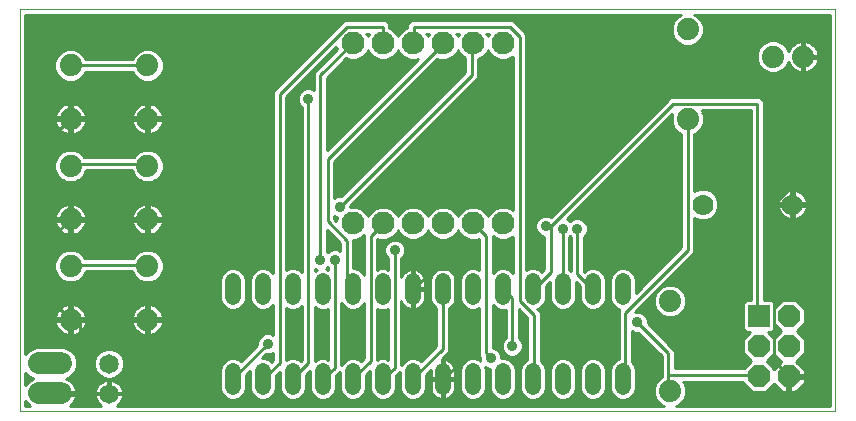
<source format=gtl>
G75*
G70*
%OFA0B0*%
%FSLAX24Y24*%
%IPPOS*%
%LPD*%
%AMOC8*
5,1,8,0,0,1.08239X$1,22.5*
%
%ADD10C,0.0000*%
%ADD11C,0.0760*%
%ADD12C,0.0520*%
%ADD13C,0.0740*%
%ADD14C,0.0650*%
%ADD15C,0.0740*%
%ADD16R,0.0740X0.0740*%
%ADD17OC8,0.0740*%
%ADD18C,0.0700*%
%ADD19C,0.0100*%
%ADD20C,0.0360*%
D10*
X000150Y003319D02*
X000150Y016704D01*
X027315Y016704D01*
X027315Y003319D01*
X000150Y003319D01*
D11*
X011233Y009571D03*
X012233Y009571D03*
X013233Y009571D03*
X014233Y009571D03*
X015233Y009571D03*
X016233Y009571D03*
X016233Y015571D03*
X015233Y015571D03*
X014233Y015571D03*
X013233Y015571D03*
X012233Y015571D03*
X011233Y015571D03*
D12*
X011233Y007638D02*
X011233Y007118D01*
X010233Y007118D02*
X010233Y007638D01*
X009233Y007638D02*
X009233Y007118D01*
X008233Y007118D02*
X008233Y007638D01*
X007233Y007638D02*
X007233Y007118D01*
X007233Y004638D02*
X007233Y004118D01*
X008233Y004118D02*
X008233Y004638D01*
X009233Y004638D02*
X009233Y004118D01*
X010233Y004118D02*
X010233Y004638D01*
X011233Y004638D02*
X011233Y004118D01*
X012233Y004118D02*
X012233Y004638D01*
X013233Y004638D02*
X013233Y004118D01*
X014233Y004118D02*
X014233Y004638D01*
X015233Y004638D02*
X015233Y004118D01*
X016233Y004118D02*
X016233Y004638D01*
X017233Y004638D02*
X017233Y004118D01*
X018233Y004118D02*
X018233Y004638D01*
X019233Y004638D02*
X019233Y004118D01*
X020233Y004118D02*
X020233Y004638D01*
X020233Y007118D02*
X020233Y007638D01*
X019233Y007638D02*
X019233Y007118D01*
X018233Y007118D02*
X018233Y007638D01*
X017233Y007638D02*
X017233Y007118D01*
X016233Y007118D02*
X016233Y007638D01*
X015233Y007638D02*
X015233Y007118D01*
X014233Y007118D02*
X014233Y007638D01*
X013233Y007638D02*
X013233Y007118D01*
X012233Y007118D02*
X012233Y007638D01*
D13*
X004383Y008146D03*
X001823Y008146D03*
X001823Y009712D03*
X004383Y009712D03*
X004383Y011492D03*
X004383Y013059D03*
X001823Y013059D03*
X001823Y011492D03*
X001823Y014839D03*
X004383Y014839D03*
X004383Y006366D03*
X001823Y006366D03*
X021804Y006984D03*
X021804Y003984D03*
X022394Y013039D03*
X025241Y015130D03*
X026241Y015130D03*
X022394Y016039D03*
D14*
X003103Y004893D03*
X003103Y003893D03*
D15*
X001504Y003909D02*
X000764Y003909D01*
X000764Y004909D02*
X001504Y004909D01*
D16*
X024770Y006479D03*
D17*
X025770Y006479D03*
X025770Y005479D03*
X024770Y005479D03*
X024770Y004479D03*
X025770Y004479D03*
D18*
X025886Y010199D03*
X022894Y010199D03*
D19*
X023369Y010411D02*
X024490Y010411D01*
X024490Y010509D02*
X023319Y010509D01*
X023335Y010493D02*
X023188Y010639D01*
X022997Y010719D01*
X022791Y010719D01*
X022610Y010644D01*
X022610Y012544D01*
X022700Y012581D01*
X022852Y012733D01*
X022934Y012932D01*
X022934Y013147D01*
X022855Y013339D01*
X024490Y013339D01*
X024490Y007019D01*
X024330Y007019D01*
X024230Y006919D01*
X024230Y006038D01*
X024330Y005939D01*
X024466Y005939D01*
X024230Y005702D01*
X024230Y005255D01*
X024506Y004979D01*
X024266Y004739D01*
X021970Y004739D01*
X021970Y005330D01*
X021841Y005459D01*
X021060Y006240D01*
X021060Y006348D01*
X021007Y006477D01*
X020908Y006575D01*
X020780Y006629D01*
X020651Y006629D01*
X022481Y008459D01*
X022610Y008588D01*
X022610Y009753D01*
X022791Y009679D01*
X022997Y009679D01*
X023188Y009758D01*
X023335Y009904D01*
X023414Y010095D01*
X023414Y010302D01*
X023335Y010493D01*
X023220Y010608D02*
X024490Y010608D01*
X024490Y010706D02*
X023028Y010706D01*
X022760Y010706D02*
X022610Y010706D01*
X022610Y010805D02*
X024490Y010805D01*
X024490Y010903D02*
X022610Y010903D01*
X022610Y011002D02*
X024490Y011002D01*
X024490Y011100D02*
X022610Y011100D01*
X022610Y011199D02*
X024490Y011199D01*
X024490Y011297D02*
X022610Y011297D01*
X022610Y011396D02*
X024490Y011396D01*
X024490Y011494D02*
X022610Y011494D01*
X022610Y011593D02*
X024490Y011593D01*
X024490Y011691D02*
X022610Y011691D01*
X022610Y011790D02*
X024490Y011790D01*
X024490Y011888D02*
X022610Y011888D01*
X022610Y011987D02*
X024490Y011987D01*
X024490Y012085D02*
X022610Y012085D01*
X022610Y012184D02*
X024490Y012184D01*
X024490Y012282D02*
X022610Y012282D01*
X022610Y012381D02*
X024490Y012381D01*
X024490Y012479D02*
X022610Y012479D01*
X022691Y012578D02*
X024490Y012578D01*
X024490Y012676D02*
X022795Y012676D01*
X022869Y012775D02*
X024490Y012775D01*
X024490Y012873D02*
X022910Y012873D01*
X022934Y012972D02*
X024490Y012972D01*
X024490Y013070D02*
X022934Y013070D01*
X022925Y013169D02*
X024490Y013169D01*
X024490Y013267D02*
X022884Y013267D01*
X022394Y013039D02*
X022390Y012999D01*
X022390Y008679D01*
X020310Y006599D01*
X020310Y004439D01*
X020233Y004378D01*
X019803Y004402D02*
X019663Y004402D01*
X019663Y004304D02*
X019803Y004304D01*
X019803Y004205D02*
X019663Y004205D01*
X019663Y004107D02*
X019803Y004107D01*
X019803Y004032D02*
X019868Y003874D01*
X019989Y003753D01*
X020147Y003688D01*
X020318Y003688D01*
X020476Y003753D01*
X020597Y003874D01*
X020663Y004032D01*
X020663Y004723D01*
X020597Y004881D01*
X020530Y004948D01*
X020530Y005974D01*
X020640Y005929D01*
X020749Y005929D01*
X021530Y005148D01*
X021530Y004455D01*
X021498Y004442D01*
X021346Y004290D01*
X021264Y004091D01*
X021264Y003877D01*
X021346Y003678D01*
X021498Y003526D01*
X021588Y003489D01*
X003354Y003489D01*
X003412Y003531D01*
X003465Y003584D01*
X003509Y003644D01*
X003543Y003711D01*
X003566Y003782D01*
X003578Y003856D01*
X003578Y003875D01*
X003122Y003875D01*
X003122Y003912D01*
X003578Y003912D01*
X003578Y003931D01*
X003566Y004005D01*
X003543Y004076D01*
X003509Y004142D01*
X003465Y004203D01*
X003412Y004256D01*
X003352Y004300D01*
X003285Y004334D01*
X003214Y004357D01*
X003140Y004368D01*
X003122Y004368D01*
X003122Y003912D01*
X003084Y003912D01*
X003084Y003875D01*
X002628Y003875D01*
X002628Y003856D01*
X002639Y003782D01*
X002663Y003711D01*
X002696Y003644D01*
X002740Y003584D01*
X002793Y003531D01*
X002852Y003489D01*
X001810Y003489D01*
X001843Y003513D01*
X001901Y003570D01*
X001949Y003637D01*
X001986Y003710D01*
X002011Y003787D01*
X002023Y003859D01*
X001184Y003859D01*
X001184Y003959D01*
X002023Y003959D01*
X002011Y004031D01*
X001986Y004109D01*
X001949Y004182D01*
X001901Y004248D01*
X001843Y004306D01*
X001777Y004354D01*
X001704Y004391D01*
X001682Y004398D01*
X001810Y004451D01*
X001962Y004603D01*
X002044Y004802D01*
X002044Y005017D01*
X001962Y005215D01*
X001810Y005367D01*
X001612Y005449D01*
X000657Y005449D01*
X000458Y005367D01*
X000320Y005229D01*
X000320Y016534D01*
X022179Y016534D01*
X022088Y016497D01*
X021936Y016345D01*
X021854Y016147D01*
X021854Y015932D01*
X021936Y015733D01*
X022088Y015581D01*
X022287Y015499D01*
X022502Y015499D01*
X022700Y015581D01*
X022852Y015733D01*
X022934Y015932D01*
X022934Y016147D01*
X022852Y016345D01*
X022700Y016497D01*
X022609Y016534D01*
X027145Y016534D01*
X027145Y003489D01*
X022019Y003489D01*
X022109Y003526D01*
X022261Y003678D01*
X022344Y003877D01*
X022344Y004091D01*
X022261Y004290D01*
X022253Y004299D01*
X024230Y004299D01*
X024230Y004255D01*
X024546Y003939D01*
X024994Y003939D01*
X025284Y004229D01*
X025555Y003959D01*
X025720Y003959D01*
X025720Y004429D01*
X025820Y004429D01*
X025820Y004529D01*
X026290Y004529D01*
X026290Y004694D01*
X026020Y004964D01*
X026310Y005255D01*
X026310Y005702D01*
X026034Y005979D01*
X026310Y006255D01*
X026310Y006702D01*
X025994Y007019D01*
X025546Y007019D01*
X025310Y006782D01*
X025310Y006919D01*
X025210Y007019D01*
X024930Y007019D01*
X024930Y013650D01*
X024801Y013779D01*
X021819Y013779D01*
X021690Y013650D01*
X017831Y009791D01*
X017740Y009829D01*
X017600Y009829D01*
X017472Y009775D01*
X017373Y009677D01*
X017320Y009548D01*
X017320Y009409D01*
X017373Y009280D01*
X017472Y009182D01*
X017600Y009129D01*
X017610Y009129D01*
X017610Y008050D01*
X017519Y007959D01*
X017476Y008002D01*
X017318Y008068D01*
X017147Y008068D01*
X017010Y008011D01*
X017010Y015890D01*
X016690Y016210D01*
X016561Y016339D01*
X013179Y016339D01*
X013050Y016210D01*
X013050Y016090D01*
X012921Y016037D01*
X012766Y015882D01*
X012733Y015801D01*
X012699Y015882D01*
X012544Y016037D01*
X012450Y016076D01*
X012450Y016210D01*
X012321Y016339D01*
X010939Y016339D01*
X010810Y016210D01*
X008570Y013970D01*
X008570Y007908D01*
X008476Y008002D01*
X008318Y008068D01*
X008147Y008068D01*
X007989Y008002D01*
X007868Y007881D01*
X007803Y007723D01*
X007803Y007032D01*
X007868Y006874D01*
X007989Y006753D01*
X008147Y006688D01*
X008318Y006688D01*
X008476Y006753D01*
X008570Y006847D01*
X008570Y005863D01*
X008460Y005909D01*
X008320Y005909D01*
X008192Y005855D01*
X008093Y005757D01*
X008040Y005628D01*
X008040Y005520D01*
X007499Y004979D01*
X007476Y005002D01*
X007318Y005068D01*
X007147Y005068D01*
X006989Y005002D01*
X006868Y004881D01*
X006803Y004723D01*
X006803Y004032D01*
X006868Y003874D01*
X006989Y003753D01*
X007147Y003688D01*
X007318Y003688D01*
X007476Y003753D01*
X007597Y003874D01*
X007663Y004032D01*
X007663Y004520D01*
X007803Y004660D01*
X007803Y004032D01*
X007868Y003874D01*
X007989Y003753D01*
X008147Y003688D01*
X008318Y003688D01*
X008476Y003753D01*
X008597Y003874D01*
X008663Y004032D01*
X008663Y004480D01*
X008803Y004620D01*
X008803Y004032D01*
X008868Y003874D01*
X008989Y003753D01*
X009147Y003688D01*
X009318Y003688D01*
X009476Y003753D01*
X009597Y003874D01*
X009663Y004032D01*
X009663Y004520D01*
X009803Y004660D01*
X009803Y004032D01*
X009868Y003874D01*
X009989Y003753D01*
X010147Y003688D01*
X010318Y003688D01*
X010476Y003753D01*
X010597Y003874D01*
X010663Y004032D01*
X010663Y004480D01*
X010721Y004539D01*
X010803Y004620D01*
X010803Y004032D01*
X010868Y003874D01*
X010989Y003753D01*
X011147Y003688D01*
X011318Y003688D01*
X011476Y003753D01*
X011597Y003874D01*
X011663Y004032D01*
X011663Y004520D01*
X011803Y004660D01*
X011803Y004032D01*
X011868Y003874D01*
X011989Y003753D01*
X012147Y003688D01*
X012318Y003688D01*
X012476Y003753D01*
X012597Y003874D01*
X012663Y004032D01*
X012663Y004480D01*
X012721Y004539D01*
X012803Y004620D01*
X012803Y004032D01*
X012868Y003874D01*
X012989Y003753D01*
X013147Y003688D01*
X013318Y003688D01*
X013476Y003753D01*
X013597Y003874D01*
X013663Y004032D01*
X013663Y004520D01*
X013825Y004682D01*
X013823Y004670D01*
X013823Y004408D01*
X014203Y004408D01*
X014203Y005048D01*
X014200Y005048D01*
X014188Y005046D01*
X014321Y005179D01*
X014450Y005308D01*
X014450Y006742D01*
X014476Y006753D01*
X014597Y006874D01*
X014663Y007032D01*
X014663Y007723D01*
X014597Y007881D01*
X014476Y008002D01*
X014318Y008068D01*
X014147Y008068D01*
X013989Y008002D01*
X013868Y007881D01*
X013803Y007723D01*
X013803Y007032D01*
X013868Y006874D01*
X013989Y006753D01*
X014010Y006745D01*
X014010Y005490D01*
X013499Y004979D01*
X013476Y005002D01*
X013318Y005068D01*
X013147Y005068D01*
X012989Y005002D01*
X012868Y004881D01*
X012850Y004837D01*
X012850Y006969D01*
X012853Y006960D01*
X012882Y006903D01*
X012920Y006851D01*
X012966Y006805D01*
X013018Y006767D01*
X013075Y006738D01*
X013137Y006718D01*
X013200Y006708D01*
X013203Y006708D01*
X013203Y007348D01*
X013263Y007348D01*
X013263Y007408D01*
X013203Y007408D01*
X013203Y008048D01*
X013200Y008048D01*
X013137Y008038D01*
X013075Y008018D01*
X013018Y007988D01*
X012966Y007950D01*
X012920Y007905D01*
X012882Y007853D01*
X012853Y007795D01*
X012850Y007787D01*
X012850Y008404D01*
X012927Y008480D01*
X012980Y008609D01*
X012980Y008748D01*
X012927Y008877D01*
X012828Y008975D01*
X012700Y009029D01*
X012560Y009029D01*
X012432Y008975D01*
X012333Y008877D01*
X012280Y008748D01*
X012280Y008609D01*
X012333Y008480D01*
X012410Y008404D01*
X012410Y008030D01*
X012318Y008068D01*
X012147Y008068D01*
X012050Y008027D01*
X012050Y009051D01*
X012123Y009021D01*
X012342Y009021D01*
X012544Y009104D01*
X012699Y009259D01*
X012733Y009341D01*
X012766Y009259D01*
X012921Y009104D01*
X013123Y009021D01*
X013342Y009021D01*
X013544Y009104D01*
X013699Y009259D01*
X013733Y009341D01*
X013766Y009259D01*
X013921Y009104D01*
X014123Y009021D01*
X014342Y009021D01*
X014544Y009104D01*
X014699Y009259D01*
X014733Y009341D01*
X014766Y009259D01*
X014921Y009104D01*
X015123Y009021D01*
X015342Y009021D01*
X015450Y009065D01*
X015450Y008013D01*
X015318Y008068D01*
X015147Y008068D01*
X014989Y008002D01*
X014868Y007881D01*
X014803Y007723D01*
X014803Y007032D01*
X014868Y006874D01*
X014989Y006753D01*
X015147Y006688D01*
X015318Y006688D01*
X015450Y006742D01*
X015450Y005148D01*
X015480Y005118D01*
X015480Y005009D01*
X015487Y004991D01*
X015476Y005002D01*
X015318Y005068D01*
X015147Y005068D01*
X014989Y005002D01*
X014868Y004881D01*
X014803Y004723D01*
X014803Y004032D01*
X014868Y003874D01*
X014989Y003753D01*
X015147Y003688D01*
X015318Y003688D01*
X015476Y003753D01*
X015597Y003874D01*
X015663Y004032D01*
X015663Y004723D01*
X015640Y004779D01*
X015760Y004729D01*
X015805Y004729D01*
X015803Y004723D01*
X015803Y004032D01*
X015868Y003874D01*
X015989Y003753D01*
X016147Y003688D01*
X016318Y003688D01*
X016476Y003753D01*
X016597Y003874D01*
X016663Y004032D01*
X016663Y004723D01*
X016597Y004881D01*
X016476Y005002D01*
X016318Y005068D01*
X016180Y005068D01*
X016180Y005148D01*
X016127Y005277D01*
X016028Y005375D01*
X015900Y005429D01*
X015890Y005429D01*
X015890Y006852D01*
X015989Y006753D01*
X016147Y006688D01*
X016318Y006688D01*
X016330Y006693D01*
X016330Y005754D01*
X016253Y005677D01*
X016200Y005548D01*
X016200Y005409D01*
X016253Y005280D01*
X016352Y005182D01*
X016480Y005129D01*
X016620Y005129D01*
X016748Y005182D01*
X016847Y005280D01*
X016900Y005409D01*
X016900Y005548D01*
X016847Y005677D01*
X016770Y005754D01*
X016770Y006708D01*
X017050Y006428D01*
X017050Y005027D01*
X016989Y005002D01*
X016868Y004881D01*
X016803Y004723D01*
X016803Y004032D01*
X016868Y003874D01*
X016989Y003753D01*
X017147Y003688D01*
X017318Y003688D01*
X017476Y003753D01*
X017597Y003874D01*
X017663Y004032D01*
X017663Y004723D01*
X017597Y004881D01*
X017490Y004988D01*
X017490Y006610D01*
X017385Y006715D01*
X017476Y006753D01*
X017597Y006874D01*
X017663Y007032D01*
X017663Y007480D01*
X017803Y007620D01*
X017803Y007032D01*
X017868Y006874D01*
X017989Y006753D01*
X018147Y006688D01*
X018318Y006688D01*
X018476Y006753D01*
X018597Y006874D01*
X018663Y007032D01*
X018663Y007615D01*
X018803Y007475D01*
X018803Y007032D01*
X018868Y006874D01*
X018989Y006753D01*
X019147Y006688D01*
X019318Y006688D01*
X019476Y006753D01*
X019597Y006874D01*
X019663Y007032D01*
X019663Y007723D01*
X019597Y007881D01*
X019476Y008002D01*
X019318Y008068D01*
X019147Y008068D01*
X018989Y008002D01*
X018943Y007956D01*
X018930Y007970D01*
X018930Y009124D01*
X019007Y009200D01*
X019060Y009329D01*
X019060Y009468D01*
X019007Y009597D01*
X018908Y009695D01*
X018780Y009749D01*
X018640Y009749D01*
X018512Y009695D01*
X018470Y009654D01*
X018428Y009695D01*
X018378Y009716D01*
X021886Y013223D01*
X021854Y013147D01*
X021854Y012932D01*
X021936Y012733D01*
X022088Y012581D01*
X022170Y012547D01*
X022170Y008770D01*
X020663Y007262D01*
X020663Y007723D01*
X020597Y007881D01*
X020476Y008002D01*
X020318Y008068D01*
X020147Y008068D01*
X019989Y008002D01*
X019868Y007881D01*
X019803Y007723D01*
X019803Y007032D01*
X019868Y006874D01*
X019989Y006753D01*
X020105Y006705D01*
X020090Y006690D01*
X020090Y005044D01*
X019989Y005002D01*
X019868Y004881D01*
X019803Y004723D01*
X019803Y004032D01*
X019813Y004008D02*
X019653Y004008D01*
X019663Y004032D02*
X019663Y004723D01*
X019597Y004881D01*
X019476Y005002D01*
X019318Y005068D01*
X019147Y005068D01*
X018989Y005002D01*
X018868Y004881D01*
X018803Y004723D01*
X018803Y004032D01*
X018868Y003874D01*
X018989Y003753D01*
X019147Y003688D01*
X019318Y003688D01*
X019476Y003753D01*
X019597Y003874D01*
X019663Y004032D01*
X019612Y003910D02*
X019853Y003910D01*
X019931Y003811D02*
X019534Y003811D01*
X019378Y003713D02*
X020087Y003713D01*
X020378Y003713D02*
X021331Y003713D01*
X021291Y003811D02*
X020534Y003811D01*
X020612Y003910D02*
X021264Y003910D01*
X021264Y004008D02*
X020653Y004008D01*
X020663Y004107D02*
X021270Y004107D01*
X021311Y004205D02*
X020663Y004205D01*
X020663Y004304D02*
X021360Y004304D01*
X021458Y004402D02*
X020663Y004402D01*
X020663Y004501D02*
X021530Y004501D01*
X021530Y004599D02*
X020663Y004599D01*
X020663Y004698D02*
X021530Y004698D01*
X021530Y004796D02*
X020632Y004796D01*
X020584Y004895D02*
X021530Y004895D01*
X021530Y004993D02*
X020530Y004993D01*
X020530Y005092D02*
X021530Y005092D01*
X021487Y005190D02*
X020530Y005190D01*
X020530Y005289D02*
X021389Y005289D01*
X021290Y005387D02*
X020530Y005387D01*
X020530Y005486D02*
X021192Y005486D01*
X021093Y005584D02*
X020530Y005584D01*
X020530Y005683D02*
X020995Y005683D01*
X020896Y005781D02*
X020530Y005781D01*
X020530Y005880D02*
X020798Y005880D01*
X021125Y006175D02*
X024230Y006175D01*
X024230Y006077D02*
X021223Y006077D01*
X021322Y005978D02*
X024290Y005978D01*
X024407Y005880D02*
X021420Y005880D01*
X021519Y005781D02*
X024309Y005781D01*
X024230Y005683D02*
X021617Y005683D01*
X021716Y005584D02*
X024230Y005584D01*
X024230Y005486D02*
X021814Y005486D01*
X021913Y005387D02*
X024230Y005387D01*
X024230Y005289D02*
X021970Y005289D01*
X021970Y005190D02*
X024295Y005190D01*
X024393Y005092D02*
X021970Y005092D01*
X021970Y004993D02*
X024492Y004993D01*
X024422Y004895D02*
X021970Y004895D01*
X021970Y004796D02*
X024324Y004796D01*
X024710Y004519D02*
X024770Y004479D01*
X024710Y004519D02*
X021750Y004519D01*
X021750Y005239D01*
X020710Y006279D01*
X021060Y006274D02*
X024230Y006274D01*
X024230Y006372D02*
X021050Y006372D01*
X021009Y006471D02*
X021632Y006471D01*
X021696Y006444D02*
X021911Y006444D01*
X022109Y006526D01*
X022261Y006678D01*
X022344Y006877D01*
X022344Y007091D01*
X022261Y007290D01*
X022109Y007442D01*
X021911Y007524D01*
X021696Y007524D01*
X021498Y007442D01*
X021346Y007290D01*
X021264Y007091D01*
X021264Y006877D01*
X021346Y006678D01*
X021498Y006526D01*
X021696Y006444D01*
X021455Y006569D02*
X020914Y006569D01*
X020690Y006668D02*
X021356Y006668D01*
X021309Y006766D02*
X020789Y006766D01*
X020887Y006865D02*
X021268Y006865D01*
X021264Y006963D02*
X020986Y006963D01*
X021084Y007062D02*
X021264Y007062D01*
X021292Y007160D02*
X021183Y007160D01*
X021281Y007259D02*
X021333Y007259D01*
X021380Y007357D02*
X021413Y007357D01*
X021478Y007456D02*
X021531Y007456D01*
X021577Y007554D02*
X024490Y007554D01*
X024490Y007456D02*
X022076Y007456D01*
X022194Y007357D02*
X024490Y007357D01*
X024490Y007259D02*
X022274Y007259D01*
X022315Y007160D02*
X024490Y007160D01*
X024490Y007062D02*
X022344Y007062D01*
X022344Y006963D02*
X024274Y006963D01*
X024230Y006865D02*
X022339Y006865D01*
X022298Y006766D02*
X024230Y006766D01*
X024230Y006668D02*
X022251Y006668D01*
X022152Y006569D02*
X024230Y006569D01*
X024230Y006471D02*
X021975Y006471D01*
X020757Y007357D02*
X020663Y007357D01*
X020663Y007456D02*
X020856Y007456D01*
X020954Y007554D02*
X020663Y007554D01*
X020663Y007653D02*
X021053Y007653D01*
X021151Y007751D02*
X020651Y007751D01*
X020610Y007850D02*
X021250Y007850D01*
X021348Y007948D02*
X020530Y007948D01*
X020369Y008047D02*
X021447Y008047D01*
X021545Y008145D02*
X018930Y008145D01*
X018930Y008047D02*
X019096Y008047D01*
X018930Y008244D02*
X021644Y008244D01*
X021742Y008342D02*
X018930Y008342D01*
X018930Y008441D02*
X021841Y008441D01*
X021939Y008539D02*
X018930Y008539D01*
X018930Y008638D02*
X022038Y008638D01*
X022136Y008736D02*
X018930Y008736D01*
X018930Y008835D02*
X022170Y008835D01*
X022170Y008933D02*
X018930Y008933D01*
X018930Y009032D02*
X022170Y009032D01*
X022170Y009130D02*
X018936Y009130D01*
X019018Y009229D02*
X022170Y009229D01*
X022170Y009327D02*
X019059Y009327D01*
X019060Y009426D02*
X022170Y009426D01*
X022170Y009524D02*
X019037Y009524D01*
X018981Y009623D02*
X022170Y009623D01*
X022170Y009721D02*
X018846Y009721D01*
X018574Y009721D02*
X018384Y009721D01*
X018482Y009820D02*
X022170Y009820D01*
X022170Y009918D02*
X018581Y009918D01*
X018679Y010017D02*
X022170Y010017D01*
X022170Y010115D02*
X018778Y010115D01*
X018876Y010214D02*
X022170Y010214D01*
X022170Y010312D02*
X018975Y010312D01*
X019073Y010411D02*
X022170Y010411D01*
X022170Y010509D02*
X019172Y010509D01*
X019270Y010608D02*
X022170Y010608D01*
X022170Y010706D02*
X019369Y010706D01*
X019467Y010805D02*
X022170Y010805D01*
X022170Y010903D02*
X019566Y010903D01*
X019664Y011002D02*
X022170Y011002D01*
X022170Y011100D02*
X019763Y011100D01*
X019861Y011199D02*
X022170Y011199D01*
X022170Y011297D02*
X019960Y011297D01*
X020058Y011396D02*
X022170Y011396D01*
X022170Y011494D02*
X020157Y011494D01*
X020255Y011593D02*
X022170Y011593D01*
X022170Y011691D02*
X020354Y011691D01*
X020452Y011790D02*
X022170Y011790D01*
X022170Y011888D02*
X020551Y011888D01*
X020649Y011987D02*
X022170Y011987D01*
X022170Y012085D02*
X020748Y012085D01*
X020846Y012184D02*
X022170Y012184D01*
X022170Y012282D02*
X020945Y012282D01*
X021043Y012381D02*
X022170Y012381D01*
X022170Y012479D02*
X021142Y012479D01*
X021240Y012578D02*
X022097Y012578D01*
X021993Y012676D02*
X021339Y012676D01*
X021437Y012775D02*
X021919Y012775D01*
X021878Y012873D02*
X021536Y012873D01*
X021634Y012972D02*
X021854Y012972D01*
X021854Y013070D02*
X021733Y013070D01*
X021831Y013169D02*
X021863Y013169D01*
X021504Y013464D02*
X017010Y013464D01*
X017010Y013366D02*
X021406Y013366D01*
X021307Y013267D02*
X017010Y013267D01*
X017010Y013169D02*
X021209Y013169D01*
X021110Y013070D02*
X017010Y013070D01*
X017010Y012972D02*
X021012Y012972D01*
X020913Y012873D02*
X017010Y012873D01*
X017010Y012775D02*
X020815Y012775D01*
X020716Y012676D02*
X017010Y012676D01*
X017010Y012578D02*
X020618Y012578D01*
X020519Y012479D02*
X017010Y012479D01*
X017010Y012381D02*
X020421Y012381D01*
X020322Y012282D02*
X017010Y012282D01*
X017010Y012184D02*
X020224Y012184D01*
X020125Y012085D02*
X017010Y012085D01*
X017010Y011987D02*
X020027Y011987D01*
X019928Y011888D02*
X017010Y011888D01*
X017010Y011790D02*
X019830Y011790D01*
X019731Y011691D02*
X017010Y011691D01*
X017010Y011593D02*
X019633Y011593D01*
X019534Y011494D02*
X017010Y011494D01*
X017010Y011396D02*
X019436Y011396D01*
X019337Y011297D02*
X017010Y011297D01*
X017010Y011199D02*
X019239Y011199D01*
X019140Y011100D02*
X017010Y011100D01*
X017010Y011002D02*
X019042Y011002D01*
X018943Y010903D02*
X017010Y010903D01*
X017010Y010805D02*
X018845Y010805D01*
X018746Y010706D02*
X017010Y010706D01*
X017010Y010608D02*
X018648Y010608D01*
X018549Y010509D02*
X017010Y010509D01*
X017010Y010411D02*
X018451Y010411D01*
X018352Y010312D02*
X017010Y010312D01*
X017010Y010214D02*
X018254Y010214D01*
X018155Y010115D02*
X017010Y010115D01*
X017010Y010017D02*
X018057Y010017D01*
X017958Y009918D02*
X017010Y009918D01*
X017010Y009820D02*
X017579Y009820D01*
X017761Y009820D02*
X017860Y009820D01*
X017830Y009479D02*
X017670Y009479D01*
X017830Y009479D02*
X021910Y013559D01*
X024710Y013559D01*
X024710Y006519D01*
X024770Y006479D01*
X025310Y006175D02*
X025506Y005979D01*
X025270Y005742D01*
X025074Y005939D01*
X025210Y005939D01*
X025310Y006038D01*
X025310Y006175D01*
X025310Y006077D02*
X025408Y006077D01*
X025506Y005978D02*
X025250Y005978D01*
X025133Y005880D02*
X025407Y005880D01*
X025309Y005781D02*
X025231Y005781D01*
X025270Y005215D02*
X025520Y004964D01*
X025284Y004728D01*
X025034Y004979D01*
X025270Y005215D01*
X025245Y005190D02*
X025295Y005190D01*
X025393Y005092D02*
X025147Y005092D01*
X025048Y004993D02*
X025492Y004993D01*
X025451Y004895D02*
X025118Y004895D01*
X025216Y004796D02*
X025352Y004796D01*
X025270Y004999D02*
X025270Y010199D01*
X025350Y010279D02*
X026230Y011159D01*
X026230Y015079D01*
X026241Y015130D01*
X026271Y015139D02*
X027145Y015139D01*
X027145Y015237D02*
X026750Y015237D01*
X026748Y015251D02*
X026722Y015329D01*
X026685Y015402D01*
X026637Y015468D01*
X026579Y015526D01*
X026513Y015574D01*
X026440Y015612D01*
X026362Y015637D01*
X026281Y015650D01*
X026271Y015650D01*
X026271Y015160D01*
X026761Y015160D01*
X026761Y015171D01*
X026748Y015251D01*
X026719Y015336D02*
X027145Y015336D01*
X027145Y015434D02*
X026662Y015434D01*
X026571Y015533D02*
X027145Y015533D01*
X027145Y015631D02*
X026380Y015631D01*
X026271Y015631D02*
X026211Y015631D01*
X026211Y015650D02*
X026200Y015650D01*
X026119Y015637D01*
X026041Y015612D01*
X025968Y015574D01*
X025902Y015526D01*
X025844Y015468D01*
X025796Y015402D01*
X025759Y015329D01*
X025751Y015307D01*
X025698Y015436D01*
X025546Y015587D01*
X025348Y015670D01*
X025133Y015670D01*
X024935Y015587D01*
X024783Y015436D01*
X024701Y015237D01*
X017010Y015237D01*
X017010Y015139D02*
X024701Y015139D01*
X024701Y015237D02*
X024701Y015022D01*
X024783Y014824D01*
X024935Y014672D01*
X025133Y014590D01*
X025348Y014590D01*
X025546Y014672D01*
X025698Y014824D01*
X025751Y014952D01*
X025759Y014930D01*
X025796Y014857D01*
X025844Y014791D01*
X025902Y014733D01*
X025968Y014685D01*
X026041Y014648D01*
X026119Y014622D01*
X026200Y014610D01*
X026211Y014610D01*
X026211Y015100D01*
X026271Y015100D01*
X026271Y015160D01*
X026211Y015160D01*
X026211Y015650D01*
X026101Y015631D02*
X025441Y015631D01*
X025601Y015533D02*
X025911Y015533D01*
X025819Y015434D02*
X025699Y015434D01*
X025740Y015336D02*
X025762Y015336D01*
X025747Y014942D02*
X025755Y014942D01*
X025706Y014843D02*
X025806Y014843D01*
X025890Y014745D02*
X025619Y014745D01*
X025484Y014646D02*
X026046Y014646D01*
X026211Y014646D02*
X026271Y014646D01*
X026271Y014610D02*
X026281Y014610D01*
X026362Y014622D01*
X026440Y014648D01*
X026513Y014685D01*
X026579Y014733D01*
X026637Y014791D01*
X026685Y014857D01*
X026722Y014930D01*
X026748Y015008D01*
X026761Y015089D01*
X026761Y015100D01*
X026271Y015100D01*
X026271Y014610D01*
X026271Y014745D02*
X026211Y014745D01*
X026211Y014843D02*
X026271Y014843D01*
X026271Y014942D02*
X026211Y014942D01*
X026211Y015040D02*
X026271Y015040D01*
X026271Y015237D02*
X026211Y015237D01*
X026211Y015336D02*
X026271Y015336D01*
X026271Y015434D02*
X026211Y015434D01*
X026211Y015533D02*
X026271Y015533D01*
X026753Y015040D02*
X027145Y015040D01*
X027145Y014942D02*
X026726Y014942D01*
X026675Y014843D02*
X027145Y014843D01*
X027145Y014745D02*
X026591Y014745D01*
X026435Y014646D02*
X027145Y014646D01*
X027145Y014548D02*
X017010Y014548D01*
X017010Y014646D02*
X024997Y014646D01*
X024862Y014745D02*
X017010Y014745D01*
X017010Y014843D02*
X024775Y014843D01*
X024734Y014942D02*
X017010Y014942D01*
X017010Y015040D02*
X024701Y015040D01*
X024741Y015336D02*
X017010Y015336D01*
X017010Y015434D02*
X024782Y015434D01*
X024880Y015533D02*
X022583Y015533D01*
X022750Y015631D02*
X025040Y015631D01*
X027145Y015730D02*
X022848Y015730D01*
X022891Y015828D02*
X027145Y015828D01*
X027145Y015927D02*
X022932Y015927D01*
X022934Y016025D02*
X027145Y016025D01*
X027145Y016124D02*
X022934Y016124D01*
X022903Y016222D02*
X027145Y016222D01*
X027145Y016321D02*
X022862Y016321D01*
X022778Y016419D02*
X027145Y016419D01*
X027145Y016518D02*
X022650Y016518D01*
X022138Y016518D02*
X000320Y016518D01*
X000320Y016419D02*
X022010Y016419D01*
X021926Y016321D02*
X016579Y016321D01*
X016678Y016222D02*
X021885Y016222D01*
X021854Y016124D02*
X016776Y016124D01*
X016875Y016025D02*
X021854Y016025D01*
X021856Y015927D02*
X016973Y015927D01*
X017010Y015828D02*
X021897Y015828D01*
X021940Y015730D02*
X017010Y015730D01*
X017010Y015631D02*
X022038Y015631D01*
X022206Y015533D02*
X017010Y015533D01*
X016790Y015799D02*
X016470Y016119D01*
X013270Y016119D01*
X013270Y015639D01*
X013233Y015571D01*
X013733Y015801D02*
X013699Y015882D01*
X013682Y015899D01*
X013783Y015899D01*
X013766Y015882D01*
X013733Y015801D01*
X013721Y015828D02*
X013744Y015828D01*
X014233Y015571D02*
X014230Y015559D01*
X010390Y011719D01*
X010390Y009639D01*
X011030Y008999D01*
X011030Y007559D01*
X011190Y007399D01*
X011233Y007378D01*
X010850Y006918D02*
X010868Y006874D01*
X010989Y006753D01*
X011147Y006688D01*
X011318Y006688D01*
X011476Y006753D01*
X011597Y006874D01*
X011610Y006905D01*
X011610Y005090D01*
X011499Y004979D01*
X011476Y005002D01*
X011318Y005068D01*
X011147Y005068D01*
X010989Y005002D01*
X010868Y004881D01*
X010850Y004837D01*
X010850Y006918D01*
X010850Y006865D02*
X010878Y006865D01*
X010850Y006766D02*
X010976Y006766D01*
X010850Y006668D02*
X011610Y006668D01*
X011610Y006766D02*
X011489Y006766D01*
X011588Y006865D02*
X011610Y006865D01*
X011610Y006569D02*
X010850Y006569D01*
X010850Y006471D02*
X011610Y006471D01*
X011610Y006372D02*
X010850Y006372D01*
X010850Y006274D02*
X011610Y006274D01*
X011610Y006175D02*
X010850Y006175D01*
X010850Y006077D02*
X011610Y006077D01*
X011610Y005978D02*
X010850Y005978D01*
X010850Y005880D02*
X011610Y005880D01*
X011610Y005781D02*
X010850Y005781D01*
X010850Y005683D02*
X011610Y005683D01*
X011610Y005584D02*
X010850Y005584D01*
X010850Y005486D02*
X011610Y005486D01*
X011610Y005387D02*
X010850Y005387D01*
X010850Y005289D02*
X011610Y005289D01*
X011610Y005190D02*
X010850Y005190D01*
X010850Y005092D02*
X011610Y005092D01*
X011513Y004993D02*
X011485Y004993D01*
X011830Y004999D02*
X011830Y009159D01*
X012230Y009559D01*
X012233Y009571D01*
X012733Y009801D02*
X012699Y009882D01*
X012544Y010037D01*
X012342Y010121D01*
X012123Y010121D01*
X011921Y010037D01*
X011766Y009882D01*
X011733Y009801D01*
X011699Y009882D01*
X011544Y010037D01*
X011342Y010121D01*
X011140Y010121D01*
X011140Y010158D01*
X015281Y014299D01*
X015410Y014428D01*
X015410Y015049D01*
X015544Y015104D01*
X015699Y015259D01*
X015733Y015341D01*
X015766Y015259D01*
X015921Y015104D01*
X016123Y015021D01*
X016342Y015021D01*
X016544Y015104D01*
X016570Y015130D01*
X016570Y010011D01*
X016544Y010037D01*
X016342Y010121D01*
X016123Y010121D01*
X015921Y010037D01*
X015766Y009882D01*
X015733Y009801D01*
X015699Y009882D01*
X015544Y010037D01*
X015342Y010121D01*
X015123Y010121D01*
X014921Y010037D01*
X014766Y009882D01*
X014733Y009801D01*
X014699Y009882D01*
X014544Y010037D01*
X014342Y010121D01*
X014123Y010121D01*
X013921Y010037D01*
X013766Y009882D01*
X013733Y009801D01*
X013699Y009882D01*
X013544Y010037D01*
X013342Y010121D01*
X013123Y010121D01*
X012921Y010037D01*
X012766Y009882D01*
X012733Y009801D01*
X012725Y009820D02*
X012741Y009820D01*
X012802Y009918D02*
X012663Y009918D01*
X012564Y010017D02*
X012901Y010017D01*
X013110Y010115D02*
X012355Y010115D01*
X012110Y010115D02*
X011355Y010115D01*
X011196Y010214D02*
X016570Y010214D01*
X016570Y010312D02*
X011295Y010312D01*
X011393Y010411D02*
X016570Y010411D01*
X016570Y010509D02*
X011492Y010509D01*
X011590Y010608D02*
X016570Y010608D01*
X016570Y010706D02*
X011689Y010706D01*
X011787Y010805D02*
X016570Y010805D01*
X016570Y010903D02*
X011886Y010903D01*
X011984Y011002D02*
X016570Y011002D01*
X016570Y011100D02*
X012083Y011100D01*
X012181Y011199D02*
X016570Y011199D01*
X016570Y011297D02*
X012280Y011297D01*
X012378Y011396D02*
X016570Y011396D01*
X016570Y011494D02*
X012477Y011494D01*
X012575Y011593D02*
X016570Y011593D01*
X016570Y011691D02*
X012674Y011691D01*
X012772Y011790D02*
X016570Y011790D01*
X016570Y011888D02*
X012871Y011888D01*
X012969Y011987D02*
X016570Y011987D01*
X016570Y012085D02*
X013068Y012085D01*
X013166Y012184D02*
X016570Y012184D01*
X016570Y012282D02*
X013265Y012282D01*
X013363Y012381D02*
X016570Y012381D01*
X016570Y012479D02*
X013462Y012479D01*
X013560Y012578D02*
X016570Y012578D01*
X016570Y012676D02*
X013659Y012676D01*
X013757Y012775D02*
X016570Y012775D01*
X016570Y012873D02*
X013856Y012873D01*
X013954Y012972D02*
X016570Y012972D01*
X016570Y013070D02*
X014053Y013070D01*
X014151Y013169D02*
X016570Y013169D01*
X016570Y013267D02*
X014250Y013267D01*
X014348Y013366D02*
X016570Y013366D01*
X016570Y013464D02*
X014447Y013464D01*
X014545Y013563D02*
X016570Y013563D01*
X016570Y013661D02*
X014644Y013661D01*
X014742Y013760D02*
X016570Y013760D01*
X016570Y013858D02*
X014841Y013858D01*
X014939Y013957D02*
X016570Y013957D01*
X016570Y014055D02*
X015038Y014055D01*
X015136Y014154D02*
X016570Y014154D01*
X016570Y014252D02*
X015235Y014252D01*
X015333Y014351D02*
X016570Y014351D01*
X016570Y014449D02*
X015410Y014449D01*
X015410Y014548D02*
X016570Y014548D01*
X016570Y014646D02*
X015410Y014646D01*
X015410Y014745D02*
X016570Y014745D01*
X016570Y014843D02*
X015410Y014843D01*
X015410Y014942D02*
X016570Y014942D01*
X016570Y015040D02*
X016389Y015040D01*
X016076Y015040D02*
X015410Y015040D01*
X015579Y015139D02*
X015887Y015139D01*
X015788Y015237D02*
X015677Y015237D01*
X015731Y015336D02*
X015735Y015336D01*
X015233Y015571D02*
X015190Y015559D01*
X015190Y014519D01*
X010790Y010119D01*
X010829Y010469D02*
X010720Y010469D01*
X010610Y010423D01*
X010610Y011628D01*
X014038Y015056D01*
X014123Y015021D01*
X014342Y015021D01*
X014544Y015104D01*
X014699Y015259D01*
X014733Y015341D01*
X014766Y015259D01*
X014921Y015104D01*
X014970Y015084D01*
X014970Y014610D01*
X010829Y010469D01*
X010869Y010509D02*
X010610Y010509D01*
X010610Y010608D02*
X010968Y010608D01*
X011066Y010706D02*
X010610Y010706D01*
X010610Y010805D02*
X011165Y010805D01*
X011263Y010903D02*
X010610Y010903D01*
X010610Y011002D02*
X011362Y011002D01*
X011460Y011100D02*
X010610Y011100D01*
X010610Y011199D02*
X011559Y011199D01*
X011657Y011297D02*
X010610Y011297D01*
X010610Y011396D02*
X011756Y011396D01*
X011854Y011494D02*
X010610Y011494D01*
X010610Y011593D02*
X011953Y011593D01*
X012051Y011691D02*
X010674Y011691D01*
X010772Y011790D02*
X012150Y011790D01*
X012248Y011888D02*
X010871Y011888D01*
X010969Y011987D02*
X012347Y011987D01*
X012445Y012085D02*
X011068Y012085D01*
X011166Y012184D02*
X012544Y012184D01*
X012642Y012282D02*
X011265Y012282D01*
X011363Y012381D02*
X012741Y012381D01*
X012839Y012479D02*
X011462Y012479D01*
X011560Y012578D02*
X012938Y012578D01*
X013036Y012676D02*
X011659Y012676D01*
X011757Y012775D02*
X013135Y012775D01*
X013233Y012873D02*
X011856Y012873D01*
X011954Y012972D02*
X013332Y012972D01*
X013430Y013070D02*
X012053Y013070D01*
X012151Y013169D02*
X013529Y013169D01*
X013627Y013267D02*
X012250Y013267D01*
X012348Y013366D02*
X013726Y013366D01*
X013824Y013464D02*
X012447Y013464D01*
X012545Y013563D02*
X013923Y013563D01*
X014021Y013661D02*
X012644Y013661D01*
X012742Y013760D02*
X014120Y013760D01*
X014218Y013858D02*
X012841Y013858D01*
X012939Y013957D02*
X014317Y013957D01*
X014415Y014055D02*
X013038Y014055D01*
X013136Y014154D02*
X014514Y014154D01*
X014612Y014252D02*
X013235Y014252D01*
X013333Y014351D02*
X014711Y014351D01*
X014809Y014449D02*
X013432Y014449D01*
X013530Y014548D02*
X014908Y014548D01*
X014970Y014646D02*
X013629Y014646D01*
X013727Y014745D02*
X014970Y014745D01*
X014970Y014843D02*
X013826Y014843D01*
X013924Y014942D02*
X014970Y014942D01*
X014970Y015040D02*
X014389Y015040D01*
X014579Y015139D02*
X014887Y015139D01*
X014788Y015237D02*
X014677Y015237D01*
X014731Y015336D02*
X014735Y015336D01*
X014076Y015040D02*
X014023Y015040D01*
X013408Y015048D02*
X010370Y012010D01*
X010370Y014428D01*
X011010Y015068D01*
X011123Y015021D01*
X011342Y015021D01*
X011544Y015104D01*
X011699Y015259D01*
X011733Y015341D01*
X011766Y015259D01*
X011921Y015104D01*
X012123Y015021D01*
X012342Y015021D01*
X012544Y015104D01*
X012699Y015259D01*
X012733Y015341D01*
X012766Y015259D01*
X012921Y015104D01*
X013123Y015021D01*
X013342Y015021D01*
X013408Y015048D01*
X013400Y015040D02*
X013389Y015040D01*
X013302Y014942D02*
X010884Y014942D01*
X010983Y015040D02*
X011076Y015040D01*
X011389Y015040D02*
X012076Y015040D01*
X011887Y015139D02*
X011579Y015139D01*
X011677Y015237D02*
X011788Y015237D01*
X011735Y015336D02*
X011731Y015336D01*
X011233Y015571D02*
X011190Y015559D01*
X010150Y014519D01*
X010150Y008359D01*
X010390Y008614D02*
X010370Y008634D01*
X010370Y009348D01*
X010810Y008908D01*
X010810Y008663D01*
X010700Y008709D01*
X010560Y008709D01*
X010432Y008655D01*
X010390Y008614D01*
X010370Y008638D02*
X010414Y008638D01*
X010370Y008736D02*
X010810Y008736D01*
X010810Y008835D02*
X010370Y008835D01*
X010370Y008933D02*
X010784Y008933D01*
X010686Y009032D02*
X010370Y009032D01*
X010370Y009130D02*
X010587Y009130D01*
X010489Y009229D02*
X010370Y009229D01*
X010370Y009327D02*
X010390Y009327D01*
X010683Y009657D02*
X010610Y009730D01*
X010610Y009814D01*
X010720Y009769D01*
X010683Y009680D01*
X010683Y009657D01*
X010700Y009721D02*
X010619Y009721D01*
X011564Y010017D02*
X011901Y010017D01*
X011802Y009918D02*
X011663Y009918D01*
X011725Y009820D02*
X011741Y009820D01*
X012669Y009229D02*
X012797Y009229D01*
X012738Y009327D02*
X012727Y009327D01*
X012570Y009130D02*
X012895Y009130D01*
X012870Y008933D02*
X015450Y008933D01*
X015450Y008835D02*
X012944Y008835D01*
X012980Y008736D02*
X015450Y008736D01*
X015450Y008638D02*
X012980Y008638D01*
X012951Y008539D02*
X015450Y008539D01*
X015450Y008441D02*
X012887Y008441D01*
X012850Y008342D02*
X015450Y008342D01*
X015450Y008244D02*
X012850Y008244D01*
X012850Y008145D02*
X015450Y008145D01*
X015450Y008047D02*
X015369Y008047D01*
X015096Y008047D02*
X014369Y008047D01*
X014530Y007948D02*
X014935Y007948D01*
X014855Y007850D02*
X014610Y007850D01*
X014651Y007751D02*
X014814Y007751D01*
X014803Y007653D02*
X014663Y007653D01*
X014663Y007554D02*
X014803Y007554D01*
X014803Y007456D02*
X014663Y007456D01*
X014663Y007357D02*
X014803Y007357D01*
X014803Y007259D02*
X014663Y007259D01*
X014663Y007160D02*
X014803Y007160D01*
X014803Y007062D02*
X014663Y007062D01*
X014634Y006963D02*
X014831Y006963D01*
X014878Y006865D02*
X014588Y006865D01*
X014489Y006766D02*
X014976Y006766D01*
X015450Y006668D02*
X014450Y006668D01*
X014450Y006569D02*
X015450Y006569D01*
X015450Y006471D02*
X014450Y006471D01*
X014450Y006372D02*
X015450Y006372D01*
X015450Y006274D02*
X014450Y006274D01*
X014450Y006175D02*
X015450Y006175D01*
X015450Y006077D02*
X014450Y006077D01*
X014450Y005978D02*
X015450Y005978D01*
X015450Y005880D02*
X014450Y005880D01*
X014450Y005781D02*
X015450Y005781D01*
X015450Y005683D02*
X014450Y005683D01*
X014450Y005584D02*
X015450Y005584D01*
X015450Y005486D02*
X014450Y005486D01*
X014450Y005387D02*
X015450Y005387D01*
X015450Y005289D02*
X014431Y005289D01*
X014333Y005190D02*
X015450Y005190D01*
X015480Y005092D02*
X014234Y005092D01*
X014263Y005048D02*
X014263Y004408D01*
X014203Y004408D01*
X014203Y004348D01*
X014263Y004348D01*
X014263Y004408D01*
X014643Y004408D01*
X014643Y004670D01*
X014633Y004734D01*
X014613Y004795D01*
X014583Y004853D01*
X014545Y004905D01*
X014500Y004950D01*
X014448Y004988D01*
X014390Y005018D01*
X014329Y005038D01*
X014265Y005048D01*
X014263Y005048D01*
X014263Y004993D02*
X014203Y004993D01*
X014203Y004895D02*
X014263Y004895D01*
X014263Y004796D02*
X014203Y004796D01*
X014203Y004698D02*
X014263Y004698D01*
X014263Y004599D02*
X014203Y004599D01*
X014203Y004501D02*
X014263Y004501D01*
X014310Y004439D02*
X014233Y004378D01*
X014263Y004402D02*
X014803Y004402D01*
X014803Y004304D02*
X014643Y004304D01*
X014643Y004348D02*
X014263Y004348D01*
X014263Y003708D01*
X014265Y003708D01*
X014329Y003718D01*
X014390Y003738D01*
X014448Y003767D01*
X014500Y003805D01*
X014545Y003851D01*
X014583Y003903D01*
X014613Y003960D01*
X014633Y004022D01*
X014643Y004085D01*
X014643Y004348D01*
X014643Y004205D02*
X014803Y004205D01*
X014803Y004107D02*
X014643Y004107D01*
X014628Y004008D02*
X014813Y004008D01*
X014853Y003910D02*
X014587Y003910D01*
X014506Y003811D02*
X014931Y003811D01*
X015087Y003713D02*
X014296Y003713D01*
X014263Y003713D02*
X014203Y003713D01*
X014203Y003708D02*
X014203Y004348D01*
X013823Y004348D01*
X013823Y004085D01*
X013833Y004022D01*
X013853Y003960D01*
X013882Y003903D01*
X013920Y003851D01*
X013966Y003805D01*
X014018Y003767D01*
X014075Y003738D01*
X014137Y003718D01*
X014200Y003708D01*
X014203Y003708D01*
X014169Y003713D02*
X013378Y003713D01*
X013534Y003811D02*
X013959Y003811D01*
X013879Y003910D02*
X013612Y003910D01*
X013653Y004008D02*
X013837Y004008D01*
X013823Y004107D02*
X013663Y004107D01*
X013663Y004205D02*
X013823Y004205D01*
X013823Y004304D02*
X013663Y004304D01*
X013663Y004402D02*
X014203Y004402D01*
X014203Y004304D02*
X014263Y004304D01*
X014263Y004205D02*
X014203Y004205D01*
X014203Y004107D02*
X014263Y004107D01*
X014263Y004008D02*
X014203Y004008D01*
X014203Y003910D02*
X014263Y003910D01*
X014263Y003811D02*
X014203Y003811D01*
X013087Y003713D02*
X012378Y003713D01*
X012534Y003811D02*
X012931Y003811D01*
X012853Y003910D02*
X012612Y003910D01*
X012653Y004008D02*
X012813Y004008D01*
X012803Y004107D02*
X012663Y004107D01*
X012663Y004205D02*
X012803Y004205D01*
X012803Y004304D02*
X012663Y004304D01*
X012663Y004402D02*
X012803Y004402D01*
X012803Y004501D02*
X012683Y004501D01*
X012782Y004599D02*
X012803Y004599D01*
X012630Y004759D02*
X012630Y008679D01*
X012390Y008933D02*
X012050Y008933D01*
X012050Y008835D02*
X012316Y008835D01*
X012280Y008736D02*
X012050Y008736D01*
X012050Y008638D02*
X012280Y008638D01*
X012309Y008539D02*
X012050Y008539D01*
X012050Y008441D02*
X012373Y008441D01*
X012410Y008342D02*
X012050Y008342D01*
X012050Y008244D02*
X012410Y008244D01*
X012410Y008145D02*
X012050Y008145D01*
X012050Y008047D02*
X012096Y008047D01*
X012369Y008047D02*
X012410Y008047D01*
X012850Y008047D02*
X013194Y008047D01*
X013203Y008047D02*
X013263Y008047D01*
X013263Y008048D02*
X013263Y007408D01*
X013643Y007408D01*
X013643Y007670D01*
X013633Y007734D01*
X013613Y007795D01*
X013583Y007853D01*
X013545Y007905D01*
X013500Y007950D01*
X013448Y007988D01*
X013390Y008018D01*
X013329Y008038D01*
X013265Y008048D01*
X013263Y008048D01*
X013272Y008047D02*
X014096Y008047D01*
X013910Y008039D02*
X014630Y008039D01*
X014630Y004759D01*
X014310Y004439D01*
X014643Y004501D02*
X014803Y004501D01*
X014803Y004599D02*
X014643Y004599D01*
X014638Y004698D02*
X014803Y004698D01*
X014833Y004796D02*
X014612Y004796D01*
X014553Y004895D02*
X014882Y004895D01*
X014980Y004993D02*
X014438Y004993D01*
X013809Y005289D02*
X012850Y005289D01*
X012850Y005387D02*
X013907Y005387D01*
X014006Y005486D02*
X012850Y005486D01*
X012850Y005584D02*
X014010Y005584D01*
X014010Y005683D02*
X012850Y005683D01*
X012850Y005781D02*
X014010Y005781D01*
X014010Y005880D02*
X012850Y005880D01*
X012850Y005978D02*
X014010Y005978D01*
X014010Y006077D02*
X012850Y006077D01*
X012850Y006175D02*
X014010Y006175D01*
X014010Y006274D02*
X012850Y006274D01*
X012850Y006372D02*
X014010Y006372D01*
X014010Y006471D02*
X012850Y006471D01*
X012850Y006569D02*
X014010Y006569D01*
X014010Y006668D02*
X012850Y006668D01*
X012850Y006766D02*
X013020Y006766D01*
X012910Y006865D02*
X012850Y006865D01*
X012850Y006963D02*
X012852Y006963D01*
X013203Y006963D02*
X013263Y006963D01*
X013263Y006865D02*
X013203Y006865D01*
X013203Y006766D02*
X013263Y006766D01*
X013263Y006708D02*
X013265Y006708D01*
X013329Y006718D01*
X013390Y006738D01*
X013448Y006767D01*
X013500Y006805D01*
X013545Y006851D01*
X013583Y006903D01*
X013613Y006960D01*
X013633Y007022D01*
X013643Y007085D01*
X013643Y007348D01*
X013263Y007348D01*
X013263Y006708D01*
X013446Y006766D02*
X013976Y006766D01*
X013878Y006865D02*
X013556Y006865D01*
X013614Y006963D02*
X013831Y006963D01*
X013803Y007062D02*
X013639Y007062D01*
X013643Y007160D02*
X013803Y007160D01*
X013803Y007259D02*
X013643Y007259D01*
X013803Y007357D02*
X013263Y007357D01*
X013233Y007378D02*
X013270Y007399D01*
X013910Y008039D01*
X013935Y007948D02*
X013502Y007948D01*
X013585Y007850D02*
X013855Y007850D01*
X013814Y007751D02*
X013627Y007751D01*
X013643Y007653D02*
X013803Y007653D01*
X013803Y007554D02*
X013643Y007554D01*
X013643Y007456D02*
X013803Y007456D01*
X014233Y007378D02*
X014230Y007319D01*
X014230Y005399D01*
X013270Y004439D01*
X013233Y004378D01*
X013663Y004501D02*
X013823Y004501D01*
X013823Y004599D02*
X013742Y004599D01*
X013513Y004993D02*
X013485Y004993D01*
X013612Y005092D02*
X012850Y005092D01*
X012850Y005190D02*
X013710Y005190D01*
X012980Y004993D02*
X012850Y004993D01*
X012850Y004895D02*
X012882Y004895D01*
X012630Y004759D02*
X012310Y004439D01*
X012233Y004378D01*
X011803Y004402D02*
X011663Y004402D01*
X011663Y004304D02*
X011803Y004304D01*
X011803Y004205D02*
X011663Y004205D01*
X011663Y004107D02*
X011803Y004107D01*
X011813Y004008D02*
X011653Y004008D01*
X011612Y003910D02*
X011853Y003910D01*
X011931Y003811D02*
X011534Y003811D01*
X011378Y003713D02*
X012087Y003713D01*
X011087Y003713D02*
X010378Y003713D01*
X010534Y003811D02*
X010931Y003811D01*
X010853Y003910D02*
X010612Y003910D01*
X010653Y004008D02*
X010813Y004008D01*
X010803Y004107D02*
X010663Y004107D01*
X010663Y004205D02*
X010803Y004205D01*
X010803Y004304D02*
X010663Y004304D01*
X010663Y004402D02*
X010803Y004402D01*
X010803Y004501D02*
X010683Y004501D01*
X010782Y004599D02*
X010803Y004599D01*
X010630Y004759D02*
X010630Y008359D01*
X010390Y008104D02*
X010410Y008084D01*
X010410Y008030D01*
X010340Y008059D01*
X010348Y008062D01*
X010390Y008104D01*
X010369Y008047D02*
X010410Y008047D01*
X010042Y008024D02*
X009989Y008002D01*
X009970Y007983D01*
X009970Y008054D01*
X010042Y008024D01*
X009989Y008047D02*
X009970Y008047D01*
X009530Y008047D02*
X009369Y008047D01*
X009318Y008068D02*
X009147Y008068D01*
X009010Y008011D01*
X009010Y013788D01*
X010683Y015460D01*
X010712Y015391D01*
X009930Y014610D01*
X009930Y014428D01*
X009930Y014023D01*
X009820Y014069D01*
X009680Y014069D01*
X009552Y014015D01*
X009453Y013917D01*
X009400Y013788D01*
X009400Y013649D01*
X009453Y013520D01*
X009530Y013444D01*
X009530Y007948D01*
X009476Y008002D01*
X009318Y008068D01*
X009096Y008047D02*
X009010Y008047D01*
X009010Y008145D02*
X009530Y008145D01*
X009530Y008244D02*
X009010Y008244D01*
X009010Y008342D02*
X009530Y008342D01*
X009530Y008441D02*
X009010Y008441D01*
X009010Y008539D02*
X009530Y008539D01*
X009530Y008638D02*
X009010Y008638D01*
X009010Y008736D02*
X009530Y008736D01*
X009530Y008835D02*
X009010Y008835D01*
X009010Y008933D02*
X009530Y008933D01*
X009530Y009032D02*
X009010Y009032D01*
X009010Y009130D02*
X009530Y009130D01*
X009530Y009229D02*
X009010Y009229D01*
X009010Y009327D02*
X009530Y009327D01*
X009530Y009426D02*
X009010Y009426D01*
X009010Y009524D02*
X009530Y009524D01*
X009530Y009623D02*
X009010Y009623D01*
X009010Y009721D02*
X009530Y009721D01*
X009530Y009820D02*
X009010Y009820D01*
X009010Y009918D02*
X009530Y009918D01*
X009530Y010017D02*
X009010Y010017D01*
X009010Y010115D02*
X009530Y010115D01*
X009530Y010214D02*
X009010Y010214D01*
X009010Y010312D02*
X009530Y010312D01*
X009530Y010411D02*
X009010Y010411D01*
X009010Y010509D02*
X009530Y010509D01*
X009530Y010608D02*
X009010Y010608D01*
X009010Y010706D02*
X009530Y010706D01*
X009530Y010805D02*
X009010Y010805D01*
X009010Y010903D02*
X009530Y010903D01*
X009530Y011002D02*
X009010Y011002D01*
X009010Y011100D02*
X009530Y011100D01*
X009530Y011199D02*
X009010Y011199D01*
X009010Y011297D02*
X009530Y011297D01*
X009530Y011396D02*
X009010Y011396D01*
X009010Y011494D02*
X009530Y011494D01*
X009530Y011593D02*
X009010Y011593D01*
X009010Y011691D02*
X009530Y011691D01*
X009530Y011790D02*
X009010Y011790D01*
X009010Y011888D02*
X009530Y011888D01*
X009530Y011987D02*
X009010Y011987D01*
X009010Y012085D02*
X009530Y012085D01*
X009530Y012184D02*
X009010Y012184D01*
X009010Y012282D02*
X009530Y012282D01*
X009530Y012381D02*
X009010Y012381D01*
X009010Y012479D02*
X009530Y012479D01*
X009530Y012578D02*
X009010Y012578D01*
X009010Y012676D02*
X009530Y012676D01*
X009530Y012775D02*
X009010Y012775D01*
X009010Y012873D02*
X009530Y012873D01*
X009530Y012972D02*
X009010Y012972D01*
X009010Y013070D02*
X009530Y013070D01*
X009530Y013169D02*
X009010Y013169D01*
X009010Y013267D02*
X009530Y013267D01*
X009530Y013366D02*
X009010Y013366D01*
X009010Y013464D02*
X009509Y013464D01*
X009436Y013563D02*
X009010Y013563D01*
X009010Y013661D02*
X009400Y013661D01*
X009400Y013760D02*
X009010Y013760D01*
X009081Y013858D02*
X009429Y013858D01*
X009493Y013957D02*
X009179Y013957D01*
X009278Y014055D02*
X009648Y014055D01*
X009852Y014055D02*
X009930Y014055D01*
X009930Y014154D02*
X009376Y014154D01*
X009475Y014252D02*
X009930Y014252D01*
X009930Y014351D02*
X009573Y014351D01*
X009672Y014449D02*
X009930Y014449D01*
X009930Y014548D02*
X009770Y014548D01*
X009869Y014646D02*
X009966Y014646D01*
X009967Y014745D02*
X010065Y014745D01*
X010066Y014843D02*
X010163Y014843D01*
X010164Y014942D02*
X010262Y014942D01*
X010263Y015040D02*
X010360Y015040D01*
X010361Y015139D02*
X010459Y015139D01*
X010460Y015237D02*
X010557Y015237D01*
X010558Y015336D02*
X010656Y015336D01*
X010657Y015434D02*
X010694Y015434D01*
X010330Y015730D02*
X000320Y015730D01*
X000320Y015828D02*
X010428Y015828D01*
X010527Y015927D02*
X000320Y015927D01*
X000320Y016025D02*
X010625Y016025D01*
X010724Y016124D02*
X000320Y016124D01*
X000320Y016222D02*
X010822Y016222D01*
X010921Y016321D02*
X000320Y016321D01*
X000320Y015631D02*
X010231Y015631D01*
X010133Y015533D02*
X000320Y015533D01*
X000320Y015434D02*
X010034Y015434D01*
X009936Y015336D02*
X004594Y015336D01*
X004689Y015296D02*
X004490Y015379D01*
X004275Y015379D01*
X004077Y015296D01*
X003925Y015144D01*
X003889Y015059D01*
X002316Y015059D01*
X002281Y015144D01*
X002129Y015296D01*
X001930Y015379D01*
X001715Y015379D01*
X001517Y015296D01*
X001365Y015144D01*
X001283Y014946D01*
X001283Y014731D01*
X001365Y014533D01*
X001517Y014381D01*
X001715Y014299D01*
X001930Y014299D01*
X002129Y014381D01*
X002281Y014533D01*
X002316Y014619D01*
X003889Y014619D01*
X003925Y014533D01*
X004077Y014381D01*
X004275Y014299D01*
X004490Y014299D01*
X004689Y014381D01*
X004841Y014533D01*
X004923Y014731D01*
X004923Y014946D01*
X004841Y015144D01*
X004689Y015296D01*
X004748Y015237D02*
X009837Y015237D01*
X009739Y015139D02*
X004843Y015139D01*
X004884Y015040D02*
X009640Y015040D01*
X009542Y014942D02*
X004923Y014942D01*
X004923Y014843D02*
X009443Y014843D01*
X009345Y014745D02*
X004923Y014745D01*
X004888Y014646D02*
X009246Y014646D01*
X009148Y014548D02*
X004847Y014548D01*
X004757Y014449D02*
X009049Y014449D01*
X008951Y014351D02*
X004616Y014351D01*
X004150Y014351D02*
X002056Y014351D01*
X002197Y014449D02*
X004008Y014449D01*
X003919Y014548D02*
X002287Y014548D01*
X001830Y014839D02*
X001823Y014839D01*
X001830Y014839D02*
X004310Y014839D01*
X004383Y014839D01*
X004018Y015237D02*
X002188Y015237D01*
X002283Y015139D02*
X003923Y015139D01*
X004172Y015336D02*
X002034Y015336D01*
X001612Y015336D02*
X000320Y015336D01*
X000320Y015237D02*
X001458Y015237D01*
X001363Y015139D02*
X000320Y015139D01*
X000320Y015040D02*
X001322Y015040D01*
X001283Y014942D02*
X000320Y014942D01*
X000320Y014843D02*
X001283Y014843D01*
X001283Y014745D02*
X000320Y014745D01*
X000320Y014646D02*
X001318Y014646D01*
X001359Y014548D02*
X000320Y014548D01*
X000320Y014449D02*
X001448Y014449D01*
X001590Y014351D02*
X000320Y014351D01*
X000320Y014252D02*
X008852Y014252D01*
X008754Y014154D02*
X000320Y014154D01*
X000320Y014055D02*
X008655Y014055D01*
X008570Y013957D02*
X000320Y013957D01*
X000320Y013858D02*
X008570Y013858D01*
X008570Y013760D02*
X000320Y013760D01*
X000320Y013661D02*
X008570Y013661D01*
X008570Y013563D02*
X004514Y013563D01*
X004505Y013566D02*
X004433Y013577D01*
X004433Y013109D01*
X004333Y013109D01*
X004333Y013577D01*
X004261Y013566D01*
X004183Y013540D01*
X004110Y013503D01*
X004044Y013455D01*
X003986Y013397D01*
X003938Y013331D01*
X003901Y013258D01*
X003876Y013180D01*
X003864Y013109D01*
X004333Y013109D01*
X004333Y013009D01*
X003864Y013009D01*
X003876Y012937D01*
X003901Y012859D01*
X003938Y012786D01*
X003986Y012720D01*
X004044Y012662D01*
X004110Y012614D01*
X004183Y012577D01*
X004261Y012551D01*
X004333Y012540D01*
X004333Y013009D01*
X004433Y013009D01*
X004433Y013109D01*
X004901Y013109D01*
X004890Y013180D01*
X004865Y013258D01*
X004827Y013331D01*
X004779Y013397D01*
X004722Y013455D01*
X004655Y013503D01*
X004582Y013540D01*
X004505Y013566D01*
X004433Y013563D02*
X004333Y013563D01*
X004251Y013563D02*
X001954Y013563D01*
X001945Y013566D02*
X001873Y013577D01*
X001873Y013109D01*
X001773Y013109D01*
X001773Y013577D01*
X001701Y013566D01*
X001623Y013540D01*
X001550Y013503D01*
X001484Y013455D01*
X001426Y013397D01*
X001378Y013331D01*
X001341Y013258D01*
X001316Y013180D01*
X001304Y013109D01*
X001773Y013109D01*
X001773Y013009D01*
X001304Y013009D01*
X001316Y012937D01*
X001341Y012859D01*
X001378Y012786D01*
X001426Y012720D01*
X001484Y012662D01*
X001550Y012614D01*
X001623Y012577D01*
X001701Y012551D01*
X001773Y012540D01*
X001773Y013009D01*
X001873Y013009D01*
X001873Y013109D01*
X002341Y013109D01*
X002330Y013180D01*
X002305Y013258D01*
X002267Y013331D01*
X002219Y013397D01*
X002162Y013455D01*
X002095Y013503D01*
X002022Y013540D01*
X001945Y013566D01*
X001873Y013563D02*
X001773Y013563D01*
X001691Y013563D02*
X000320Y013563D01*
X000320Y013464D02*
X001496Y013464D01*
X001403Y013366D02*
X000320Y013366D01*
X000320Y013267D02*
X001345Y013267D01*
X001314Y013169D02*
X000320Y013169D01*
X000320Y013070D02*
X001773Y013070D01*
X001823Y013059D02*
X001750Y012999D01*
X001270Y012519D01*
X001270Y009159D01*
X001270Y006919D01*
X001750Y006439D01*
X001823Y006366D01*
X002150Y006359D01*
X002150Y003879D01*
X003030Y003879D01*
X003103Y003893D01*
X003122Y003910D02*
X006853Y003910D01*
X006813Y004008D02*
X003565Y004008D01*
X003527Y004107D02*
X006803Y004107D01*
X006803Y004205D02*
X003463Y004205D01*
X003344Y004304D02*
X006803Y004304D01*
X006803Y004402D02*
X003210Y004402D01*
X003201Y004398D02*
X003383Y004474D01*
X003522Y004613D01*
X003598Y004795D01*
X003598Y004992D01*
X003522Y005174D01*
X003383Y005313D01*
X003201Y005388D01*
X003004Y005388D01*
X002822Y005313D01*
X002683Y005174D01*
X002608Y004992D01*
X002608Y004795D01*
X002683Y004613D01*
X002822Y004474D01*
X003004Y004398D01*
X003201Y004398D01*
X003084Y004368D02*
X003065Y004368D01*
X002992Y004357D01*
X002920Y004334D01*
X002854Y004300D01*
X002793Y004256D01*
X002740Y004203D01*
X002696Y004142D01*
X002663Y004076D01*
X002639Y004005D01*
X002628Y003931D01*
X002628Y003912D01*
X003084Y003912D01*
X003084Y004368D01*
X003084Y004304D02*
X003122Y004304D01*
X003122Y004205D02*
X003084Y004205D01*
X003084Y004107D02*
X003122Y004107D01*
X003122Y004008D02*
X003084Y004008D01*
X003084Y003910D02*
X001184Y003910D01*
X001190Y003879D02*
X001134Y003909D01*
X001190Y003879D02*
X002150Y003879D01*
X002015Y003811D02*
X002635Y003811D01*
X002662Y003713D02*
X001987Y003713D01*
X001933Y003614D02*
X002719Y003614D01*
X002815Y003516D02*
X001846Y003516D01*
X002015Y004008D02*
X002641Y004008D01*
X002678Y004107D02*
X001987Y004107D01*
X001932Y004205D02*
X002743Y004205D01*
X002862Y004304D02*
X001845Y004304D01*
X001691Y004402D02*
X002995Y004402D01*
X002796Y004501D02*
X001859Y004501D01*
X001958Y004599D02*
X002697Y004599D01*
X002648Y004698D02*
X002001Y004698D01*
X002042Y004796D02*
X002608Y004796D01*
X002608Y004895D02*
X002044Y004895D01*
X002044Y004993D02*
X002608Y004993D01*
X002649Y005092D02*
X002013Y005092D01*
X001972Y005190D02*
X002699Y005190D01*
X002798Y005289D02*
X001888Y005289D01*
X001761Y005387D02*
X003001Y005387D01*
X003204Y005387D02*
X007907Y005387D01*
X007809Y005289D02*
X003408Y005289D01*
X003506Y005190D02*
X007710Y005190D01*
X007612Y005092D02*
X003556Y005092D01*
X003597Y004993D02*
X006980Y004993D01*
X006882Y004895D02*
X003598Y004895D01*
X003598Y004796D02*
X006833Y004796D01*
X006803Y004698D02*
X003557Y004698D01*
X003508Y004599D02*
X006803Y004599D01*
X006803Y004501D02*
X003410Y004501D01*
X003571Y003811D02*
X006931Y003811D01*
X007087Y003713D02*
X003543Y003713D01*
X003487Y003614D02*
X021410Y003614D01*
X021523Y003516D02*
X003391Y003516D01*
X000587Y004398D02*
X000565Y004391D01*
X000492Y004354D01*
X000425Y004306D01*
X000368Y004248D01*
X000320Y004182D01*
X000320Y004590D01*
X000458Y004451D01*
X000587Y004398D01*
X000577Y004402D02*
X000320Y004402D01*
X000320Y004304D02*
X000423Y004304D01*
X000337Y004205D02*
X000320Y004205D01*
X000320Y004501D02*
X000409Y004501D01*
X000380Y005289D02*
X000320Y005289D01*
X000320Y005387D02*
X000507Y005387D01*
X000320Y005486D02*
X008006Y005486D01*
X008040Y005584D02*
X000320Y005584D01*
X000320Y005683D02*
X008063Y005683D01*
X008118Y005781D02*
X000320Y005781D01*
X000320Y005880D02*
X001636Y005880D01*
X001623Y005884D02*
X001701Y005858D01*
X001773Y005847D01*
X001773Y006316D01*
X001304Y006316D01*
X001316Y006244D01*
X001341Y006166D01*
X001378Y006093D01*
X001426Y006027D01*
X001484Y005969D01*
X001550Y005921D01*
X001623Y005884D01*
X001773Y005880D02*
X001873Y005880D01*
X001873Y005847D02*
X001945Y005858D01*
X002022Y005884D01*
X002095Y005921D01*
X002162Y005969D01*
X002219Y006027D01*
X002267Y006093D01*
X002305Y006166D01*
X002330Y006244D01*
X002341Y006316D01*
X001873Y006316D01*
X001873Y006416D01*
X001773Y006416D01*
X001773Y006884D01*
X001701Y006873D01*
X001623Y006848D01*
X001550Y006810D01*
X001484Y006762D01*
X001426Y006704D01*
X001378Y006638D01*
X001341Y006565D01*
X001316Y006487D01*
X001304Y006416D01*
X001773Y006416D01*
X001773Y006316D01*
X001873Y006316D01*
X001873Y005847D01*
X001873Y005978D02*
X001773Y005978D01*
X001773Y006077D02*
X001873Y006077D01*
X001873Y006175D02*
X001773Y006175D01*
X001773Y006274D02*
X001873Y006274D01*
X001830Y006359D02*
X001823Y006366D01*
X001830Y006359D02*
X002150Y006359D01*
X004310Y006359D01*
X004383Y006366D01*
X004433Y006372D02*
X008570Y006372D01*
X008570Y006274D02*
X004895Y006274D01*
X004890Y006244D02*
X004901Y006316D01*
X004433Y006316D01*
X004433Y006416D01*
X004333Y006416D01*
X004333Y006884D01*
X004261Y006873D01*
X004183Y006848D01*
X004110Y006810D01*
X004044Y006762D01*
X003986Y006704D01*
X003938Y006638D01*
X003901Y006565D01*
X003876Y006487D01*
X003864Y006416D01*
X004333Y006416D01*
X004333Y006316D01*
X003864Y006316D01*
X003876Y006244D01*
X003901Y006166D01*
X003938Y006093D01*
X003986Y006027D01*
X004044Y005969D01*
X004110Y005921D01*
X004183Y005884D01*
X004261Y005858D01*
X004333Y005847D01*
X004333Y006316D01*
X004433Y006316D01*
X004433Y005847D01*
X004505Y005858D01*
X004582Y005884D01*
X004655Y005921D01*
X004722Y005969D01*
X004779Y006027D01*
X004827Y006093D01*
X004865Y006166D01*
X004890Y006244D01*
X004868Y006175D02*
X008570Y006175D01*
X008570Y006077D02*
X004816Y006077D01*
X004731Y005978D02*
X008570Y005978D01*
X008570Y005880D02*
X008530Y005880D01*
X008250Y005880D02*
X004570Y005880D01*
X004433Y005880D02*
X004333Y005880D01*
X004333Y005978D02*
X004433Y005978D01*
X004433Y006077D02*
X004333Y006077D01*
X004333Y006175D02*
X004433Y006175D01*
X004433Y006274D02*
X004333Y006274D01*
X004333Y006372D02*
X001873Y006372D01*
X001873Y006416D02*
X002341Y006416D01*
X002330Y006487D01*
X002305Y006565D01*
X002267Y006638D01*
X002219Y006704D01*
X002162Y006762D01*
X002095Y006810D01*
X002022Y006848D01*
X001945Y006873D01*
X001873Y006884D01*
X001873Y006416D01*
X001873Y006471D02*
X001773Y006471D01*
X001773Y006569D02*
X001873Y006569D01*
X001873Y006668D02*
X001773Y006668D01*
X001773Y006766D02*
X001873Y006766D01*
X001873Y006865D02*
X001773Y006865D01*
X001676Y006865D02*
X000320Y006865D01*
X000320Y006963D02*
X006831Y006963D01*
X006803Y007032D02*
X006868Y006874D01*
X006989Y006753D01*
X007147Y006688D01*
X007318Y006688D01*
X007476Y006753D01*
X007597Y006874D01*
X007663Y007032D01*
X007663Y007723D01*
X007597Y007881D01*
X007476Y008002D01*
X007318Y008068D01*
X007147Y008068D01*
X006989Y008002D01*
X006868Y007881D01*
X006803Y007723D01*
X006803Y007032D01*
X006803Y007062D02*
X000320Y007062D01*
X000320Y007160D02*
X006803Y007160D01*
X006803Y007259D02*
X000320Y007259D01*
X000320Y007357D02*
X006803Y007357D01*
X006803Y007456D02*
X000320Y007456D01*
X000320Y007554D02*
X006803Y007554D01*
X006803Y007653D02*
X004604Y007653D01*
X004689Y007688D02*
X004490Y007606D01*
X004275Y007606D01*
X004077Y007688D01*
X003925Y007840D01*
X003867Y007979D01*
X002338Y007979D01*
X002281Y007840D01*
X002129Y007688D01*
X001930Y007606D01*
X001715Y007606D01*
X001517Y007688D01*
X001365Y007840D01*
X001283Y008038D01*
X001283Y008253D01*
X001365Y008452D01*
X001517Y008603D01*
X001715Y008686D01*
X001930Y008686D01*
X002129Y008603D01*
X002281Y008452D01*
X002294Y008419D01*
X003911Y008419D01*
X003925Y008452D01*
X004077Y008603D01*
X004275Y008686D01*
X004490Y008686D01*
X004689Y008603D01*
X004841Y008452D01*
X004923Y008253D01*
X004923Y008038D01*
X004841Y007840D01*
X004689Y007688D01*
X004752Y007751D02*
X006814Y007751D01*
X006855Y007850D02*
X004845Y007850D01*
X004885Y007948D02*
X006935Y007948D01*
X007096Y008047D02*
X004923Y008047D01*
X004923Y008145D02*
X008570Y008145D01*
X008570Y008047D02*
X008369Y008047D01*
X008530Y007948D02*
X008570Y007948D01*
X008570Y008244D02*
X004923Y008244D01*
X004886Y008342D02*
X008570Y008342D01*
X008570Y008441D02*
X004845Y008441D01*
X004753Y008539D02*
X008570Y008539D01*
X008570Y008638D02*
X004606Y008638D01*
X004159Y008638D02*
X002046Y008638D01*
X002193Y008539D02*
X004013Y008539D01*
X003920Y008441D02*
X002285Y008441D01*
X001830Y008199D02*
X001823Y008146D01*
X001830Y008199D02*
X004310Y008199D01*
X004383Y008146D01*
X003880Y007948D02*
X002325Y007948D01*
X002285Y007850D02*
X003921Y007850D01*
X004014Y007751D02*
X002192Y007751D01*
X002044Y007653D02*
X004162Y007653D01*
X004236Y006865D02*
X001970Y006865D01*
X002156Y006766D02*
X004049Y006766D01*
X003959Y006668D02*
X002246Y006668D01*
X002303Y006569D02*
X003903Y006569D01*
X003873Y006471D02*
X002333Y006471D01*
X002335Y006274D02*
X003871Y006274D01*
X003898Y006175D02*
X002308Y006175D01*
X002256Y006077D02*
X003950Y006077D01*
X004035Y005978D02*
X002171Y005978D01*
X002010Y005880D02*
X004196Y005880D01*
X004433Y006416D02*
X004901Y006416D01*
X004890Y006487D01*
X004865Y006565D01*
X004827Y006638D01*
X004779Y006704D01*
X004722Y006762D01*
X004655Y006810D01*
X004582Y006848D01*
X004505Y006873D01*
X004433Y006884D01*
X004433Y006416D01*
X004433Y006471D02*
X004333Y006471D01*
X004333Y006569D02*
X004433Y006569D01*
X004433Y006668D02*
X004333Y006668D01*
X004333Y006766D02*
X004433Y006766D01*
X004433Y006865D02*
X004333Y006865D01*
X004530Y006865D02*
X006878Y006865D01*
X006976Y006766D02*
X004716Y006766D01*
X004806Y006668D02*
X008570Y006668D01*
X008570Y006766D02*
X008489Y006766D01*
X008570Y006569D02*
X004863Y006569D01*
X004893Y006471D02*
X008570Y006471D01*
X009010Y006471D02*
X009530Y006471D01*
X009530Y006569D02*
X009010Y006569D01*
X009010Y006668D02*
X009530Y006668D01*
X009530Y006766D02*
X009489Y006766D01*
X009476Y006753D02*
X009530Y006807D01*
X009530Y005010D01*
X009499Y004979D01*
X009476Y005002D01*
X009318Y005068D01*
X009147Y005068D01*
X009010Y005011D01*
X009010Y006745D01*
X009147Y006688D01*
X009318Y006688D01*
X009476Y006753D01*
X009530Y006372D02*
X009010Y006372D01*
X009010Y006274D02*
X009530Y006274D01*
X009530Y006175D02*
X009010Y006175D01*
X009010Y006077D02*
X009530Y006077D01*
X009530Y005978D02*
X009010Y005978D01*
X009010Y005880D02*
X009530Y005880D01*
X009530Y005781D02*
X009010Y005781D01*
X009010Y005683D02*
X009530Y005683D01*
X009530Y005584D02*
X009010Y005584D01*
X009010Y005486D02*
X009530Y005486D01*
X009530Y005387D02*
X009010Y005387D01*
X009010Y005289D02*
X009530Y005289D01*
X009530Y005190D02*
X009010Y005190D01*
X009010Y005092D02*
X009530Y005092D01*
X009513Y004993D02*
X009485Y004993D01*
X009750Y004919D02*
X009750Y013719D01*
X010370Y013760D02*
X012120Y013760D01*
X012218Y013858D02*
X010370Y013858D01*
X010370Y013957D02*
X012317Y013957D01*
X012415Y014055D02*
X010370Y014055D01*
X010370Y014154D02*
X012514Y014154D01*
X012612Y014252D02*
X010370Y014252D01*
X010370Y014351D02*
X012711Y014351D01*
X012809Y014449D02*
X010392Y014449D01*
X010490Y014548D02*
X012908Y014548D01*
X013006Y014646D02*
X010589Y014646D01*
X010687Y014745D02*
X013105Y014745D01*
X013203Y014843D02*
X010786Y014843D01*
X012389Y015040D02*
X013076Y015040D01*
X012887Y015139D02*
X012579Y015139D01*
X012677Y015237D02*
X012788Y015237D01*
X012735Y015336D02*
X012731Y015336D01*
X012233Y015571D02*
X012230Y015639D01*
X012230Y016119D01*
X011030Y016119D01*
X008790Y013879D01*
X008790Y004919D01*
X008310Y004439D01*
X008233Y004378D01*
X008663Y004402D02*
X008803Y004402D01*
X008803Y004304D02*
X008663Y004304D01*
X008663Y004205D02*
X008803Y004205D01*
X008803Y004107D02*
X008663Y004107D01*
X008653Y004008D02*
X008813Y004008D01*
X008853Y003910D02*
X008612Y003910D01*
X008534Y003811D02*
X008931Y003811D01*
X009087Y003713D02*
X008378Y003713D01*
X008087Y003713D02*
X007378Y003713D01*
X007534Y003811D02*
X007931Y003811D01*
X007853Y003910D02*
X007612Y003910D01*
X007653Y004008D02*
X007813Y004008D01*
X007803Y004107D02*
X007663Y004107D01*
X007663Y004205D02*
X007803Y004205D01*
X007803Y004304D02*
X007663Y004304D01*
X007663Y004402D02*
X007803Y004402D01*
X007803Y004501D02*
X007663Y004501D01*
X007742Y004599D02*
X007803Y004599D01*
X007270Y004439D02*
X007233Y004378D01*
X007270Y004439D02*
X008390Y005559D01*
X008351Y005209D02*
X008460Y005209D01*
X008570Y005254D01*
X008570Y005010D01*
X008519Y004959D01*
X008476Y005002D01*
X008318Y005068D01*
X008210Y005068D01*
X008351Y005209D01*
X008333Y005190D02*
X008570Y005190D01*
X008570Y005092D02*
X008234Y005092D01*
X008485Y004993D02*
X008553Y004993D01*
X008782Y004599D02*
X008803Y004599D01*
X008803Y004501D02*
X008683Y004501D01*
X009233Y004378D02*
X009270Y004439D01*
X009750Y004919D01*
X009970Y004983D02*
X009970Y006772D01*
X009989Y006753D01*
X010147Y006688D01*
X010318Y006688D01*
X010410Y006726D01*
X010410Y005030D01*
X010318Y005068D01*
X010147Y005068D01*
X009989Y005002D01*
X009970Y004983D01*
X009970Y004993D02*
X009980Y004993D01*
X009970Y005092D02*
X010410Y005092D01*
X010410Y005190D02*
X009970Y005190D01*
X009970Y005289D02*
X010410Y005289D01*
X010410Y005387D02*
X009970Y005387D01*
X009970Y005486D02*
X010410Y005486D01*
X010410Y005584D02*
X009970Y005584D01*
X009970Y005683D02*
X010410Y005683D01*
X010410Y005781D02*
X009970Y005781D01*
X009970Y005880D02*
X010410Y005880D01*
X010410Y005978D02*
X009970Y005978D01*
X009970Y006077D02*
X010410Y006077D01*
X010410Y006175D02*
X009970Y006175D01*
X009970Y006274D02*
X010410Y006274D01*
X010410Y006372D02*
X009970Y006372D01*
X009970Y006471D02*
X010410Y006471D01*
X010410Y006569D02*
X009970Y006569D01*
X009970Y006668D02*
X010410Y006668D01*
X009976Y006766D02*
X009970Y006766D01*
X011476Y008002D02*
X011597Y007881D01*
X011610Y007850D01*
X011610Y009170D01*
X011544Y009104D01*
X011342Y009021D01*
X011250Y009021D01*
X011250Y008068D01*
X011318Y008068D01*
X011476Y008002D01*
X011530Y007948D02*
X011610Y007948D01*
X011610Y008047D02*
X011369Y008047D01*
X011250Y008145D02*
X011610Y008145D01*
X011610Y008244D02*
X011250Y008244D01*
X011250Y008342D02*
X011610Y008342D01*
X011610Y008441D02*
X011250Y008441D01*
X011250Y008539D02*
X011610Y008539D01*
X011610Y008638D02*
X011250Y008638D01*
X011250Y008736D02*
X011610Y008736D01*
X011610Y008835D02*
X011250Y008835D01*
X011250Y008933D02*
X011610Y008933D01*
X011610Y009032D02*
X011369Y009032D01*
X011570Y009130D02*
X011610Y009130D01*
X012050Y009032D02*
X012097Y009032D01*
X012369Y009032D02*
X013097Y009032D01*
X013369Y009032D02*
X014097Y009032D01*
X013895Y009130D02*
X013570Y009130D01*
X013669Y009229D02*
X013797Y009229D01*
X013738Y009327D02*
X013727Y009327D01*
X014369Y009032D02*
X015097Y009032D01*
X014895Y009130D02*
X014570Y009130D01*
X014669Y009229D02*
X014797Y009229D01*
X014738Y009327D02*
X014727Y009327D01*
X015233Y009571D02*
X015270Y009559D01*
X015670Y009159D01*
X015670Y005239D01*
X015830Y005079D01*
X016180Y005092D02*
X017050Y005092D01*
X017050Y005190D02*
X016756Y005190D01*
X016850Y005289D02*
X017050Y005289D01*
X017050Y005387D02*
X016891Y005387D01*
X016900Y005486D02*
X017050Y005486D01*
X017050Y005584D02*
X016885Y005584D01*
X016841Y005683D02*
X017050Y005683D01*
X017050Y005781D02*
X016770Y005781D01*
X016770Y005880D02*
X017050Y005880D01*
X017050Y005978D02*
X016770Y005978D01*
X016770Y006077D02*
X017050Y006077D01*
X017050Y006175D02*
X016770Y006175D01*
X016770Y006274D02*
X017050Y006274D01*
X017050Y006372D02*
X016770Y006372D01*
X016770Y006471D02*
X017007Y006471D01*
X016908Y006569D02*
X016770Y006569D01*
X016770Y006668D02*
X016810Y006668D01*
X016330Y006668D02*
X015890Y006668D01*
X015890Y006766D02*
X015976Y006766D01*
X016310Y007319D02*
X016550Y007079D01*
X016550Y005479D01*
X016200Y005486D02*
X015890Y005486D01*
X015890Y005584D02*
X016215Y005584D01*
X016259Y005683D02*
X015890Y005683D01*
X015890Y005781D02*
X016330Y005781D01*
X016330Y005880D02*
X015890Y005880D01*
X015890Y005978D02*
X016330Y005978D01*
X016330Y006077D02*
X015890Y006077D01*
X015890Y006175D02*
X016330Y006175D01*
X016330Y006274D02*
X015890Y006274D01*
X015890Y006372D02*
X016330Y006372D01*
X016330Y006471D02*
X015890Y006471D01*
X015890Y006569D02*
X016330Y006569D01*
X016790Y006999D02*
X016790Y015799D01*
X015783Y015899D02*
X015766Y015882D01*
X015733Y015801D01*
X015699Y015882D01*
X015682Y015899D01*
X015783Y015899D01*
X015744Y015828D02*
X015721Y015828D01*
X014783Y015899D02*
X014766Y015882D01*
X014733Y015801D01*
X014699Y015882D01*
X014682Y015899D01*
X014783Y015899D01*
X014744Y015828D02*
X014721Y015828D01*
X013161Y016321D02*
X012339Y016321D01*
X012438Y016222D02*
X013062Y016222D01*
X013050Y016124D02*
X012450Y016124D01*
X012556Y016025D02*
X012909Y016025D01*
X012811Y015927D02*
X012654Y015927D01*
X012721Y015828D02*
X012744Y015828D01*
X011783Y015899D02*
X011766Y015882D01*
X011733Y015801D01*
X011699Y015882D01*
X011682Y015899D01*
X011783Y015899D01*
X011744Y015828D02*
X011721Y015828D01*
X012021Y013661D02*
X010370Y013661D01*
X010370Y013563D02*
X011923Y013563D01*
X011824Y013464D02*
X010370Y013464D01*
X010370Y013366D02*
X011726Y013366D01*
X011627Y013267D02*
X010370Y013267D01*
X010370Y013169D02*
X011529Y013169D01*
X011430Y013070D02*
X010370Y013070D01*
X010370Y012972D02*
X011332Y012972D01*
X011233Y012873D02*
X010370Y012873D01*
X010370Y012775D02*
X011135Y012775D01*
X011036Y012676D02*
X010370Y012676D01*
X010370Y012578D02*
X010938Y012578D01*
X010839Y012479D02*
X010370Y012479D01*
X010370Y012381D02*
X010741Y012381D01*
X010642Y012282D02*
X010370Y012282D01*
X010370Y012184D02*
X010544Y012184D01*
X010445Y012085D02*
X010370Y012085D01*
X008570Y012085D02*
X000320Y012085D01*
X000320Y011987D02*
X001606Y011987D01*
X001517Y011950D02*
X001715Y012032D01*
X001930Y012032D01*
X002129Y011950D01*
X002281Y011798D01*
X002289Y011779D01*
X003917Y011779D01*
X003925Y011798D01*
X004077Y011950D01*
X004275Y012032D01*
X004490Y012032D01*
X004689Y011950D01*
X004841Y011798D01*
X004923Y011600D01*
X004923Y011385D01*
X004841Y011186D01*
X004689Y011034D01*
X004490Y010952D01*
X004275Y010952D01*
X004077Y011034D01*
X003925Y011186D01*
X003862Y011339D01*
X002344Y011339D01*
X002281Y011186D01*
X002129Y011034D01*
X001930Y010952D01*
X001715Y010952D01*
X001517Y011034D01*
X001365Y011186D01*
X001283Y011385D01*
X001283Y011600D01*
X001365Y011798D01*
X001517Y011950D01*
X001455Y011888D02*
X000320Y011888D01*
X000320Y011790D02*
X001362Y011790D01*
X001321Y011691D02*
X000320Y011691D01*
X000320Y011593D02*
X001283Y011593D01*
X001283Y011494D02*
X000320Y011494D01*
X000320Y011396D02*
X001283Y011396D01*
X001319Y011297D02*
X000320Y011297D01*
X000320Y011199D02*
X001360Y011199D01*
X001451Y011100D02*
X000320Y011100D01*
X000320Y011002D02*
X001596Y011002D01*
X002050Y011002D02*
X004156Y011002D01*
X004011Y011100D02*
X002194Y011100D01*
X002286Y011199D02*
X003920Y011199D01*
X003879Y011297D02*
X002326Y011297D01*
X001823Y011492D02*
X001830Y011559D01*
X004310Y011559D01*
X004383Y011492D01*
X004923Y011494D02*
X008570Y011494D01*
X008570Y011396D02*
X004923Y011396D01*
X004886Y011297D02*
X008570Y011297D01*
X008570Y011199D02*
X004846Y011199D01*
X004754Y011100D02*
X008570Y011100D01*
X008570Y011002D02*
X004610Y011002D01*
X004923Y011593D02*
X008570Y011593D01*
X008570Y011691D02*
X004885Y011691D01*
X004844Y011790D02*
X008570Y011790D01*
X008570Y011888D02*
X004750Y011888D01*
X004600Y011987D02*
X008570Y011987D01*
X008570Y012184D02*
X000320Y012184D01*
X000320Y012282D02*
X008570Y012282D01*
X008570Y012381D02*
X000320Y012381D01*
X000320Y012479D02*
X008570Y012479D01*
X008570Y012578D02*
X004584Y012578D01*
X004582Y012577D02*
X004655Y012614D01*
X004722Y012662D01*
X004779Y012720D01*
X004827Y012786D01*
X004865Y012859D01*
X004890Y012937D01*
X004901Y013009D01*
X004433Y013009D01*
X004433Y012540D01*
X004505Y012551D01*
X004582Y012577D01*
X004433Y012578D02*
X004333Y012578D01*
X004333Y012676D02*
X004433Y012676D01*
X004433Y012775D02*
X004333Y012775D01*
X004333Y012873D02*
X004433Y012873D01*
X004433Y012972D02*
X004333Y012972D01*
X004333Y013070D02*
X001873Y013070D01*
X001830Y013079D02*
X001823Y013059D01*
X001830Y013079D02*
X004310Y013079D01*
X004383Y013059D01*
X004433Y013070D02*
X008570Y013070D01*
X008570Y012972D02*
X004895Y012972D01*
X004869Y012873D02*
X008570Y012873D01*
X008570Y012775D02*
X004819Y012775D01*
X004736Y012676D02*
X008570Y012676D01*
X008570Y013169D02*
X004892Y013169D01*
X004860Y013267D02*
X008570Y013267D01*
X008570Y013366D02*
X004802Y013366D01*
X004709Y013464D02*
X008570Y013464D01*
X004433Y013464D02*
X004333Y013464D01*
X004333Y013366D02*
X004433Y013366D01*
X004433Y013267D02*
X004333Y013267D01*
X004333Y013169D02*
X004433Y013169D01*
X004056Y013464D02*
X002149Y013464D01*
X002242Y013366D02*
X003963Y013366D01*
X003905Y013267D02*
X002300Y013267D01*
X002332Y013169D02*
X003874Y013169D01*
X003870Y012972D02*
X002335Y012972D01*
X002330Y012937D02*
X002341Y013009D01*
X001873Y013009D01*
X001873Y012540D01*
X001945Y012551D01*
X002022Y012577D01*
X002095Y012614D01*
X002162Y012662D01*
X002219Y012720D01*
X002267Y012786D01*
X002305Y012859D01*
X002330Y012937D01*
X002309Y012873D02*
X003896Y012873D01*
X003946Y012775D02*
X002259Y012775D01*
X002176Y012676D02*
X004030Y012676D01*
X004181Y012578D02*
X002024Y012578D01*
X001873Y012578D02*
X001773Y012578D01*
X001773Y012676D02*
X001873Y012676D01*
X001873Y012775D02*
X001773Y012775D01*
X001773Y012873D02*
X001873Y012873D01*
X001873Y012972D02*
X001773Y012972D01*
X001773Y013169D02*
X001873Y013169D01*
X001873Y013267D02*
X001773Y013267D01*
X001773Y013366D02*
X001873Y013366D01*
X001873Y013464D02*
X001773Y013464D01*
X001310Y012972D02*
X000320Y012972D01*
X000320Y012873D02*
X001336Y012873D01*
X001386Y012775D02*
X000320Y012775D01*
X000320Y012676D02*
X001470Y012676D01*
X001621Y012578D02*
X000320Y012578D01*
X002040Y011987D02*
X004166Y011987D01*
X004015Y011888D02*
X002190Y011888D01*
X002284Y011790D02*
X003922Y011790D01*
X004261Y010219D02*
X004333Y010231D01*
X004333Y009762D01*
X004433Y009762D01*
X004901Y009762D01*
X004890Y009834D01*
X004865Y009912D01*
X004827Y009985D01*
X004779Y010051D01*
X004722Y010109D01*
X004655Y010157D01*
X004582Y010194D01*
X004505Y010219D01*
X004433Y010231D01*
X004433Y009762D01*
X004433Y009662D01*
X004901Y009662D01*
X004890Y009590D01*
X004865Y009512D01*
X004827Y009440D01*
X004779Y009373D01*
X004722Y009315D01*
X004655Y009267D01*
X004582Y009230D01*
X004505Y009205D01*
X004433Y009194D01*
X004433Y009662D01*
X004333Y009662D01*
X004333Y009194D01*
X004261Y009205D01*
X004183Y009230D01*
X004110Y009267D01*
X004044Y009315D01*
X003986Y009373D01*
X003938Y009440D01*
X003901Y009512D01*
X003876Y009590D01*
X003864Y009662D01*
X004333Y009662D01*
X004333Y009762D01*
X003864Y009762D01*
X003876Y009834D01*
X003901Y009912D01*
X003938Y009985D01*
X003986Y010051D01*
X004044Y010109D01*
X004110Y010157D01*
X004183Y010194D01*
X004261Y010219D01*
X004244Y010214D02*
X001962Y010214D01*
X001945Y010219D02*
X001873Y010231D01*
X001873Y009762D01*
X002341Y009762D01*
X002330Y009834D01*
X002305Y009912D01*
X002267Y009985D01*
X002219Y010051D01*
X002162Y010109D01*
X002095Y010157D01*
X002022Y010194D01*
X001945Y010219D01*
X001873Y010214D02*
X001773Y010214D01*
X001773Y010231D02*
X001701Y010219D01*
X001623Y010194D01*
X001550Y010157D01*
X001484Y010109D01*
X001426Y010051D01*
X001378Y009985D01*
X001341Y009912D01*
X001316Y009834D01*
X001304Y009762D01*
X001773Y009762D01*
X001773Y010231D01*
X001684Y010214D02*
X000320Y010214D01*
X000320Y010312D02*
X008570Y010312D01*
X008570Y010214D02*
X004522Y010214D01*
X004433Y010214D02*
X004333Y010214D01*
X004333Y010115D02*
X004433Y010115D01*
X004433Y010017D02*
X004333Y010017D01*
X004333Y009918D02*
X004433Y009918D01*
X004433Y009820D02*
X004333Y009820D01*
X004333Y009721D02*
X001873Y009721D01*
X001873Y009762D02*
X001873Y009662D01*
X002341Y009662D01*
X002330Y009590D01*
X002305Y009512D01*
X002267Y009440D01*
X002219Y009373D01*
X002162Y009315D01*
X002095Y009267D01*
X002022Y009230D01*
X001945Y009205D01*
X001873Y009194D01*
X001873Y009662D01*
X001773Y009662D01*
X001773Y009194D01*
X001701Y009205D01*
X001623Y009230D01*
X001550Y009267D01*
X001484Y009315D01*
X001426Y009373D01*
X001378Y009440D01*
X001341Y009512D01*
X001316Y009590D01*
X001304Y009662D01*
X001773Y009662D01*
X001773Y009762D01*
X001873Y009762D01*
X001873Y009820D02*
X001773Y009820D01*
X001773Y009918D02*
X001873Y009918D01*
X001873Y010017D02*
X001773Y010017D01*
X001773Y010115D02*
X001873Y010115D01*
X002153Y010115D02*
X004053Y010115D01*
X003961Y010017D02*
X002244Y010017D01*
X002301Y009918D02*
X003904Y009918D01*
X003873Y009820D02*
X002332Y009820D01*
X002335Y009623D02*
X003870Y009623D01*
X003897Y009524D02*
X002308Y009524D01*
X002257Y009426D02*
X003948Y009426D01*
X004032Y009327D02*
X002173Y009327D01*
X002018Y009229D02*
X004188Y009229D01*
X004333Y009229D02*
X004433Y009229D01*
X004433Y009327D02*
X004333Y009327D01*
X004333Y009426D02*
X004433Y009426D01*
X004433Y009524D02*
X004333Y009524D01*
X004333Y009623D02*
X004433Y009623D01*
X004433Y009721D02*
X008570Y009721D01*
X008570Y009623D02*
X004895Y009623D01*
X004868Y009524D02*
X008570Y009524D01*
X008570Y009426D02*
X004817Y009426D01*
X004733Y009327D02*
X008570Y009327D01*
X008570Y009229D02*
X004578Y009229D01*
X004383Y009712D02*
X004310Y009719D01*
X001830Y009719D01*
X001823Y009712D01*
X001750Y009639D01*
X001270Y009159D01*
X001472Y009327D02*
X000320Y009327D01*
X000320Y009229D02*
X001628Y009229D01*
X001773Y009229D02*
X001873Y009229D01*
X001873Y009327D02*
X001773Y009327D01*
X001773Y009426D02*
X001873Y009426D01*
X001873Y009524D02*
X001773Y009524D01*
X001773Y009623D02*
X001873Y009623D01*
X001773Y009721D02*
X000320Y009721D01*
X000320Y009623D02*
X001310Y009623D01*
X001337Y009524D02*
X000320Y009524D01*
X000320Y009426D02*
X001388Y009426D01*
X001313Y009820D02*
X000320Y009820D01*
X000320Y009918D02*
X001344Y009918D01*
X001401Y010017D02*
X000320Y010017D01*
X000320Y010115D02*
X001493Y010115D01*
X000320Y010411D02*
X008570Y010411D01*
X008570Y010509D02*
X000320Y010509D01*
X000320Y010608D02*
X008570Y010608D01*
X008570Y010706D02*
X000320Y010706D01*
X000320Y010805D02*
X008570Y010805D01*
X008570Y010903D02*
X000320Y010903D01*
X000320Y009130D02*
X008570Y009130D01*
X008570Y009032D02*
X000320Y009032D01*
X000320Y008933D02*
X008570Y008933D01*
X008570Y008835D02*
X000320Y008835D01*
X000320Y008736D02*
X008570Y008736D01*
X008096Y008047D02*
X007369Y008047D01*
X007530Y007948D02*
X007935Y007948D01*
X007855Y007850D02*
X007610Y007850D01*
X007651Y007751D02*
X007814Y007751D01*
X007803Y007653D02*
X007663Y007653D01*
X007663Y007554D02*
X007803Y007554D01*
X007803Y007456D02*
X007663Y007456D01*
X007663Y007357D02*
X007803Y007357D01*
X007803Y007259D02*
X007663Y007259D01*
X007663Y007160D02*
X007803Y007160D01*
X007803Y007062D02*
X007663Y007062D01*
X007634Y006963D02*
X007831Y006963D01*
X007878Y006865D02*
X007588Y006865D01*
X007489Y006766D02*
X007976Y006766D01*
X007513Y004993D02*
X007485Y004993D01*
X009378Y003713D02*
X010087Y003713D01*
X009931Y003811D02*
X009534Y003811D01*
X009612Y003910D02*
X009853Y003910D01*
X009813Y004008D02*
X009653Y004008D01*
X009663Y004107D02*
X009803Y004107D01*
X009803Y004205D02*
X009663Y004205D01*
X009663Y004304D02*
X009803Y004304D01*
X009803Y004402D02*
X009663Y004402D01*
X009663Y004501D02*
X009803Y004501D01*
X009803Y004599D02*
X009742Y004599D01*
X010233Y004378D02*
X010310Y004439D01*
X010630Y004759D01*
X010850Y004895D02*
X010882Y004895D01*
X010850Y004993D02*
X010980Y004993D01*
X011270Y004439D02*
X011233Y004378D01*
X011270Y004439D02*
X011830Y004999D01*
X012050Y005027D02*
X012147Y005068D01*
X012318Y005068D01*
X012410Y005030D01*
X012410Y006726D01*
X012318Y006688D01*
X012147Y006688D01*
X012050Y006728D01*
X012050Y005027D01*
X012050Y005092D02*
X012410Y005092D01*
X012410Y005190D02*
X012050Y005190D01*
X012050Y005289D02*
X012410Y005289D01*
X012410Y005387D02*
X012050Y005387D01*
X012050Y005486D02*
X012410Y005486D01*
X012410Y005584D02*
X012050Y005584D01*
X012050Y005683D02*
X012410Y005683D01*
X012410Y005781D02*
X012050Y005781D01*
X012050Y005880D02*
X012410Y005880D01*
X012410Y005978D02*
X012050Y005978D01*
X012050Y006077D02*
X012410Y006077D01*
X012410Y006175D02*
X012050Y006175D01*
X012050Y006274D02*
X012410Y006274D01*
X012410Y006372D02*
X012050Y006372D01*
X012050Y006471D02*
X012410Y006471D01*
X012410Y006569D02*
X012050Y006569D01*
X012050Y006668D02*
X012410Y006668D01*
X013203Y007062D02*
X013263Y007062D01*
X013263Y007160D02*
X013203Y007160D01*
X013203Y007259D02*
X013263Y007259D01*
X013263Y007456D02*
X013203Y007456D01*
X013203Y007554D02*
X013263Y007554D01*
X013263Y007653D02*
X013203Y007653D01*
X013203Y007751D02*
X013263Y007751D01*
X013263Y007850D02*
X013203Y007850D01*
X013203Y007948D02*
X013263Y007948D01*
X012963Y007948D02*
X012850Y007948D01*
X012850Y007850D02*
X012881Y007850D01*
X015369Y009032D02*
X015450Y009032D01*
X015890Y009032D02*
X016097Y009032D01*
X016123Y009021D02*
X016342Y009021D01*
X016544Y009104D01*
X016570Y009130D01*
X016570Y007908D01*
X016476Y008002D01*
X016318Y008068D01*
X016147Y008068D01*
X015989Y008002D01*
X015890Y007903D01*
X015890Y009135D01*
X015921Y009104D01*
X016123Y009021D01*
X016369Y009032D02*
X016570Y009032D01*
X016570Y008933D02*
X015890Y008933D01*
X015890Y008835D02*
X016570Y008835D01*
X016570Y008736D02*
X015890Y008736D01*
X015890Y008638D02*
X016570Y008638D01*
X016570Y008539D02*
X015890Y008539D01*
X015890Y008441D02*
X016570Y008441D01*
X016570Y008342D02*
X015890Y008342D01*
X015890Y008244D02*
X016570Y008244D01*
X016570Y008145D02*
X015890Y008145D01*
X015890Y008047D02*
X016096Y008047D01*
X015935Y007948D02*
X015890Y007948D01*
X016369Y008047D02*
X016570Y008047D01*
X016570Y007948D02*
X016530Y007948D01*
X017010Y008047D02*
X017096Y008047D01*
X017010Y008145D02*
X017610Y008145D01*
X017607Y008047D02*
X017369Y008047D01*
X017610Y008244D02*
X017010Y008244D01*
X017010Y008342D02*
X017610Y008342D01*
X017610Y008441D02*
X017010Y008441D01*
X017010Y008539D02*
X017610Y008539D01*
X017610Y008638D02*
X017010Y008638D01*
X017010Y008736D02*
X017610Y008736D01*
X017610Y008835D02*
X017010Y008835D01*
X017010Y008933D02*
X017610Y008933D01*
X017610Y009032D02*
X017010Y009032D01*
X017010Y009130D02*
X017597Y009130D01*
X017425Y009229D02*
X017010Y009229D01*
X017010Y009327D02*
X017354Y009327D01*
X017320Y009426D02*
X017010Y009426D01*
X017010Y009524D02*
X017320Y009524D01*
X017351Y009623D02*
X017010Y009623D01*
X017010Y009721D02*
X017418Y009721D01*
X017830Y009479D02*
X017830Y007959D01*
X017270Y007399D01*
X017233Y007378D01*
X017663Y007357D02*
X017803Y007357D01*
X017803Y007259D02*
X017663Y007259D01*
X017663Y007160D02*
X017803Y007160D01*
X017803Y007062D02*
X017663Y007062D01*
X017634Y006963D02*
X017831Y006963D01*
X017878Y006865D02*
X017588Y006865D01*
X017489Y006766D02*
X017976Y006766D01*
X017432Y006668D02*
X020090Y006668D01*
X020090Y006569D02*
X017490Y006569D01*
X017490Y006471D02*
X020090Y006471D01*
X020090Y006372D02*
X017490Y006372D01*
X017490Y006274D02*
X020090Y006274D01*
X020090Y006175D02*
X017490Y006175D01*
X017490Y006077D02*
X020090Y006077D01*
X020090Y005978D02*
X017490Y005978D01*
X017490Y005880D02*
X020090Y005880D01*
X020090Y005781D02*
X017490Y005781D01*
X017490Y005683D02*
X020090Y005683D01*
X020090Y005584D02*
X017490Y005584D01*
X017490Y005486D02*
X020090Y005486D01*
X020090Y005387D02*
X017490Y005387D01*
X017490Y005289D02*
X020090Y005289D01*
X020090Y005190D02*
X017490Y005190D01*
X017490Y005092D02*
X020090Y005092D01*
X019980Y004993D02*
X019485Y004993D01*
X019584Y004895D02*
X019882Y004895D01*
X019833Y004796D02*
X019632Y004796D01*
X019663Y004698D02*
X019803Y004698D01*
X019803Y004599D02*
X019663Y004599D01*
X019663Y004501D02*
X019803Y004501D01*
X018980Y004993D02*
X018485Y004993D01*
X018476Y005002D02*
X018318Y005068D01*
X018147Y005068D01*
X017989Y005002D01*
X017868Y004881D01*
X017803Y004723D01*
X017803Y004032D01*
X017868Y003874D01*
X017989Y003753D01*
X018147Y003688D01*
X018318Y003688D01*
X018476Y003753D01*
X018597Y003874D01*
X018663Y004032D01*
X018663Y004723D01*
X018597Y004881D01*
X018476Y005002D01*
X018584Y004895D02*
X018882Y004895D01*
X018833Y004796D02*
X018632Y004796D01*
X018663Y004698D02*
X018803Y004698D01*
X018803Y004599D02*
X018663Y004599D01*
X018663Y004501D02*
X018803Y004501D01*
X018803Y004402D02*
X018663Y004402D01*
X018663Y004304D02*
X018803Y004304D01*
X018803Y004205D02*
X018663Y004205D01*
X018663Y004107D02*
X018803Y004107D01*
X018813Y004008D02*
X018653Y004008D01*
X018612Y003910D02*
X018853Y003910D01*
X018931Y003811D02*
X018534Y003811D01*
X018378Y003713D02*
X019087Y003713D01*
X018087Y003713D02*
X017378Y003713D01*
X017534Y003811D02*
X017931Y003811D01*
X017853Y003910D02*
X017612Y003910D01*
X017653Y004008D02*
X017813Y004008D01*
X017803Y004107D02*
X017663Y004107D01*
X017663Y004205D02*
X017803Y004205D01*
X017803Y004304D02*
X017663Y004304D01*
X017663Y004402D02*
X017803Y004402D01*
X017803Y004501D02*
X017663Y004501D01*
X017663Y004599D02*
X017803Y004599D01*
X017803Y004698D02*
X017663Y004698D01*
X017632Y004796D02*
X017833Y004796D01*
X017882Y004895D02*
X017584Y004895D01*
X017490Y004993D02*
X017980Y004993D01*
X017270Y004439D02*
X017233Y004378D01*
X017270Y004439D02*
X017270Y006519D01*
X016790Y006999D01*
X016310Y007319D02*
X016233Y007378D01*
X017663Y007456D02*
X017803Y007456D01*
X017803Y007554D02*
X017737Y007554D01*
X018230Y007399D02*
X018233Y007378D01*
X018230Y007399D02*
X018230Y009399D01*
X018470Y009144D02*
X018490Y009124D01*
X018490Y007988D01*
X018476Y008002D01*
X018450Y008013D01*
X018450Y009124D01*
X018470Y009144D01*
X018456Y009130D02*
X018484Y009130D01*
X018490Y009032D02*
X018450Y009032D01*
X018450Y008933D02*
X018490Y008933D01*
X018490Y008835D02*
X018450Y008835D01*
X018450Y008736D02*
X018490Y008736D01*
X018490Y008638D02*
X018450Y008638D01*
X018450Y008539D02*
X018490Y008539D01*
X018490Y008441D02*
X018450Y008441D01*
X018450Y008342D02*
X018490Y008342D01*
X018490Y008244D02*
X018450Y008244D01*
X018450Y008145D02*
X018490Y008145D01*
X018490Y008047D02*
X018450Y008047D01*
X018710Y007879D02*
X018710Y009399D01*
X016570Y010017D02*
X016564Y010017D01*
X016570Y010115D02*
X016355Y010115D01*
X016110Y010115D02*
X015355Y010115D01*
X015564Y010017D02*
X015901Y010017D01*
X015802Y009918D02*
X015663Y009918D01*
X015725Y009820D02*
X015741Y009820D01*
X015110Y010115D02*
X014355Y010115D01*
X014564Y010017D02*
X014901Y010017D01*
X014802Y009918D02*
X014663Y009918D01*
X014725Y009820D02*
X014741Y009820D01*
X014110Y010115D02*
X013355Y010115D01*
X013564Y010017D02*
X013901Y010017D01*
X013802Y009918D02*
X013663Y009918D01*
X013725Y009820D02*
X013741Y009820D01*
X015890Y009130D02*
X015895Y009130D01*
X018710Y007879D02*
X019190Y007399D01*
X019233Y007378D01*
X019663Y007357D02*
X019803Y007357D01*
X019803Y007259D02*
X019663Y007259D01*
X019663Y007160D02*
X019803Y007160D01*
X019803Y007062D02*
X019663Y007062D01*
X019634Y006963D02*
X019831Y006963D01*
X019878Y006865D02*
X019588Y006865D01*
X019489Y006766D02*
X019976Y006766D01*
X018976Y006766D02*
X018489Y006766D01*
X018588Y006865D02*
X018878Y006865D01*
X018831Y006963D02*
X018634Y006963D01*
X018663Y007062D02*
X018803Y007062D01*
X018803Y007160D02*
X018663Y007160D01*
X018663Y007259D02*
X018803Y007259D01*
X018803Y007357D02*
X018663Y007357D01*
X018663Y007456D02*
X018803Y007456D01*
X018723Y007554D02*
X018663Y007554D01*
X019369Y008047D02*
X020096Y008047D01*
X019935Y007948D02*
X019530Y007948D01*
X019610Y007850D02*
X019855Y007850D01*
X019814Y007751D02*
X019651Y007751D01*
X019663Y007653D02*
X019803Y007653D01*
X019803Y007554D02*
X019663Y007554D01*
X019663Y007456D02*
X019803Y007456D01*
X021675Y007653D02*
X024490Y007653D01*
X024490Y007751D02*
X021774Y007751D01*
X021872Y007850D02*
X024490Y007850D01*
X024490Y007948D02*
X021971Y007948D01*
X022069Y008047D02*
X024490Y008047D01*
X024490Y008145D02*
X022168Y008145D01*
X022266Y008244D02*
X024490Y008244D01*
X024490Y008342D02*
X022365Y008342D01*
X022463Y008441D02*
X024490Y008441D01*
X024490Y008539D02*
X022562Y008539D01*
X022610Y008638D02*
X024490Y008638D01*
X024490Y008736D02*
X022610Y008736D01*
X022610Y008835D02*
X024490Y008835D01*
X024490Y008933D02*
X022610Y008933D01*
X022610Y009032D02*
X024490Y009032D01*
X024490Y009130D02*
X022610Y009130D01*
X022610Y009229D02*
X024490Y009229D01*
X024490Y009327D02*
X022610Y009327D01*
X022610Y009426D02*
X024490Y009426D01*
X024490Y009524D02*
X022610Y009524D01*
X022610Y009623D02*
X024490Y009623D01*
X024490Y009721D02*
X023100Y009721D01*
X023250Y009820D02*
X024490Y009820D01*
X024490Y009918D02*
X023341Y009918D01*
X023381Y010017D02*
X024490Y010017D01*
X024490Y010115D02*
X023414Y010115D01*
X023414Y010214D02*
X024490Y010214D01*
X024490Y010312D02*
X023410Y010312D01*
X022688Y009721D02*
X022610Y009721D01*
X024930Y009721D02*
X025738Y009721D01*
X025769Y009711D02*
X025847Y009699D01*
X025847Y009699D01*
X025847Y010160D01*
X025386Y010160D01*
X025386Y010159D01*
X025398Y010082D01*
X025423Y010007D01*
X025458Y009937D01*
X025505Y009873D01*
X025560Y009817D01*
X025624Y009771D01*
X025694Y009735D01*
X025769Y009711D01*
X025847Y009721D02*
X025925Y009721D01*
X025925Y009699D02*
X025925Y009699D01*
X025925Y010160D01*
X025925Y010237D01*
X026386Y010237D01*
X026386Y010238D01*
X026374Y010316D01*
X026349Y010391D01*
X026314Y010461D01*
X026267Y010524D01*
X026212Y010580D01*
X026148Y010626D01*
X026078Y010662D01*
X026003Y010686D01*
X025925Y010699D01*
X025925Y010699D01*
X025925Y010237D01*
X025847Y010237D01*
X025847Y010160D01*
X025925Y010160D01*
X026386Y010160D01*
X026386Y010159D01*
X026374Y010082D01*
X026349Y010007D01*
X026314Y009937D01*
X026267Y009873D01*
X026212Y009817D01*
X026148Y009771D01*
X026078Y009735D01*
X026003Y009711D01*
X025925Y009699D01*
X026035Y009721D02*
X027145Y009721D01*
X027145Y009623D02*
X024930Y009623D01*
X024930Y009524D02*
X027145Y009524D01*
X027145Y009426D02*
X024930Y009426D01*
X024930Y009327D02*
X027145Y009327D01*
X027145Y009229D02*
X024930Y009229D01*
X024930Y009130D02*
X027145Y009130D01*
X027145Y009032D02*
X024930Y009032D01*
X024930Y008933D02*
X027145Y008933D01*
X027145Y008835D02*
X024930Y008835D01*
X024930Y008736D02*
X027145Y008736D01*
X027145Y008638D02*
X024930Y008638D01*
X024930Y008539D02*
X027145Y008539D01*
X027145Y008441D02*
X024930Y008441D01*
X024930Y008342D02*
X027145Y008342D01*
X027145Y008244D02*
X024930Y008244D01*
X024930Y008145D02*
X027145Y008145D01*
X027145Y008047D02*
X024930Y008047D01*
X024930Y007948D02*
X027145Y007948D01*
X027145Y007850D02*
X024930Y007850D01*
X024930Y007751D02*
X027145Y007751D01*
X027145Y007653D02*
X024930Y007653D01*
X024930Y007554D02*
X027145Y007554D01*
X027145Y007456D02*
X024930Y007456D01*
X024930Y007357D02*
X027145Y007357D01*
X027145Y007259D02*
X024930Y007259D01*
X024930Y007160D02*
X027145Y007160D01*
X027145Y007062D02*
X024930Y007062D01*
X025266Y006963D02*
X025491Y006963D01*
X025392Y006865D02*
X025310Y006865D01*
X026049Y006963D02*
X027145Y006963D01*
X027145Y006865D02*
X026148Y006865D01*
X026246Y006766D02*
X027145Y006766D01*
X027145Y006668D02*
X026310Y006668D01*
X026310Y006569D02*
X027145Y006569D01*
X027145Y006471D02*
X026310Y006471D01*
X026310Y006372D02*
X027145Y006372D01*
X027145Y006274D02*
X026310Y006274D01*
X026230Y006175D02*
X027145Y006175D01*
X027145Y006077D02*
X026132Y006077D01*
X026034Y005978D02*
X027145Y005978D01*
X027145Y005880D02*
X026133Y005880D01*
X026231Y005781D02*
X027145Y005781D01*
X027145Y005683D02*
X026310Y005683D01*
X026310Y005584D02*
X027145Y005584D01*
X027145Y005486D02*
X026310Y005486D01*
X026310Y005387D02*
X027145Y005387D01*
X027145Y005289D02*
X026310Y005289D01*
X026245Y005190D02*
X027145Y005190D01*
X027145Y005092D02*
X026147Y005092D01*
X026048Y004993D02*
X027145Y004993D01*
X027145Y004895D02*
X026089Y004895D01*
X026188Y004796D02*
X027145Y004796D01*
X027145Y004698D02*
X026286Y004698D01*
X026290Y004599D02*
X027145Y004599D01*
X027145Y004501D02*
X025820Y004501D01*
X025770Y004479D02*
X025750Y004519D01*
X025270Y004999D01*
X025720Y004402D02*
X025820Y004402D01*
X025820Y004429D02*
X025820Y003959D01*
X025985Y003959D01*
X026290Y004263D01*
X026290Y004429D01*
X025820Y004429D01*
X025820Y004304D02*
X025720Y004304D01*
X025720Y004205D02*
X025820Y004205D01*
X025820Y004107D02*
X025720Y004107D01*
X025720Y004008D02*
X025820Y004008D01*
X026035Y004008D02*
X027145Y004008D01*
X027145Y003910D02*
X022344Y003910D01*
X022344Y004008D02*
X024477Y004008D01*
X024378Y004107D02*
X022337Y004107D01*
X022296Y004205D02*
X024280Y004205D01*
X025063Y004008D02*
X025505Y004008D01*
X025407Y004107D02*
X025162Y004107D01*
X025260Y004205D02*
X025308Y004205D01*
X026133Y004107D02*
X027145Y004107D01*
X027145Y004205D02*
X026232Y004205D01*
X026290Y004304D02*
X027145Y004304D01*
X027145Y004402D02*
X026290Y004402D01*
X027145Y003811D02*
X022316Y003811D01*
X022276Y003713D02*
X027145Y003713D01*
X027145Y003614D02*
X022197Y003614D01*
X022084Y003516D02*
X027145Y003516D01*
X021804Y003984D02*
X021750Y004039D01*
X021750Y004519D01*
X017087Y003713D02*
X016378Y003713D01*
X016534Y003811D02*
X016931Y003811D01*
X016853Y003910D02*
X016612Y003910D01*
X016653Y004008D02*
X016813Y004008D01*
X016803Y004107D02*
X016663Y004107D01*
X016663Y004205D02*
X016803Y004205D01*
X016803Y004304D02*
X016663Y004304D01*
X016663Y004402D02*
X016803Y004402D01*
X016803Y004501D02*
X016663Y004501D01*
X016663Y004599D02*
X016803Y004599D01*
X016803Y004698D02*
X016663Y004698D01*
X016632Y004796D02*
X016833Y004796D01*
X016882Y004895D02*
X016584Y004895D01*
X016485Y004993D02*
X016980Y004993D01*
X016344Y005190D02*
X016163Y005190D01*
X016115Y005289D02*
X016250Y005289D01*
X016209Y005387D02*
X016000Y005387D01*
X015487Y004993D02*
X015485Y004993D01*
X015663Y004698D02*
X015803Y004698D01*
X015803Y004599D02*
X015663Y004599D01*
X015663Y004501D02*
X015803Y004501D01*
X015803Y004402D02*
X015663Y004402D01*
X015663Y004304D02*
X015803Y004304D01*
X015803Y004205D02*
X015663Y004205D01*
X015663Y004107D02*
X015803Y004107D01*
X015813Y004008D02*
X015653Y004008D01*
X015612Y003910D02*
X015853Y003910D01*
X015931Y003811D02*
X015534Y003811D01*
X015378Y003713D02*
X016087Y003713D01*
X011803Y004501D02*
X011663Y004501D01*
X011742Y004599D02*
X011803Y004599D01*
X008570Y009820D02*
X004892Y009820D01*
X004861Y009918D02*
X008570Y009918D01*
X008570Y010017D02*
X004804Y010017D01*
X004713Y010115D02*
X008570Y010115D01*
X001773Y006372D02*
X000320Y006372D01*
X000320Y006274D02*
X001311Y006274D01*
X001338Y006175D02*
X000320Y006175D01*
X000320Y006077D02*
X001390Y006077D01*
X001475Y005978D02*
X000320Y005978D01*
X000320Y006471D02*
X001313Y006471D01*
X001343Y006569D02*
X000320Y006569D01*
X000320Y006668D02*
X001399Y006668D01*
X001489Y006766D02*
X000320Y006766D01*
X000320Y007653D02*
X001602Y007653D01*
X001454Y007751D02*
X000320Y007751D01*
X000320Y007850D02*
X001361Y007850D01*
X001320Y007948D02*
X000320Y007948D01*
X000320Y008047D02*
X001283Y008047D01*
X001283Y008145D02*
X000320Y008145D01*
X000320Y008244D02*
X001283Y008244D01*
X001320Y008342D02*
X000320Y008342D01*
X000320Y008441D02*
X001360Y008441D01*
X001453Y008539D02*
X000320Y008539D01*
X000320Y008638D02*
X001599Y008638D01*
X000320Y003636D02*
X000368Y003570D01*
X000425Y003513D01*
X000458Y003489D01*
X000320Y003489D01*
X000320Y003636D01*
X000320Y003614D02*
X000336Y003614D01*
X000320Y003516D02*
X000422Y003516D01*
X017010Y013563D02*
X021603Y013563D01*
X021701Y013661D02*
X017010Y013661D01*
X017010Y013760D02*
X021800Y013760D01*
X024820Y013760D02*
X027145Y013760D01*
X027145Y013858D02*
X017010Y013858D01*
X017010Y013957D02*
X027145Y013957D01*
X027145Y014055D02*
X017010Y014055D01*
X017010Y014154D02*
X027145Y014154D01*
X027145Y014252D02*
X017010Y014252D01*
X017010Y014351D02*
X027145Y014351D01*
X027145Y014449D02*
X017010Y014449D01*
X024919Y013661D02*
X027145Y013661D01*
X027145Y013563D02*
X024930Y013563D01*
X024930Y013464D02*
X027145Y013464D01*
X027145Y013366D02*
X024930Y013366D01*
X024930Y013267D02*
X027145Y013267D01*
X027145Y013169D02*
X024930Y013169D01*
X024930Y013070D02*
X027145Y013070D01*
X027145Y012972D02*
X024930Y012972D01*
X024930Y012873D02*
X027145Y012873D01*
X027145Y012775D02*
X024930Y012775D01*
X024930Y012676D02*
X027145Y012676D01*
X027145Y012578D02*
X024930Y012578D01*
X024930Y012479D02*
X027145Y012479D01*
X027145Y012381D02*
X024930Y012381D01*
X024930Y012282D02*
X027145Y012282D01*
X027145Y012184D02*
X024930Y012184D01*
X024930Y012085D02*
X027145Y012085D01*
X027145Y011987D02*
X024930Y011987D01*
X024930Y011888D02*
X027145Y011888D01*
X027145Y011790D02*
X024930Y011790D01*
X024930Y011691D02*
X027145Y011691D01*
X027145Y011593D02*
X024930Y011593D01*
X024930Y011494D02*
X027145Y011494D01*
X027145Y011396D02*
X024930Y011396D01*
X024930Y011297D02*
X027145Y011297D01*
X027145Y011199D02*
X024930Y011199D01*
X024930Y011100D02*
X027145Y011100D01*
X027145Y011002D02*
X024930Y011002D01*
X024930Y010903D02*
X027145Y010903D01*
X027145Y010805D02*
X024930Y010805D01*
X024930Y010706D02*
X027145Y010706D01*
X027145Y010608D02*
X026174Y010608D01*
X026278Y010509D02*
X027145Y010509D01*
X027145Y010411D02*
X026339Y010411D01*
X026374Y010312D02*
X027145Y010312D01*
X027145Y010214D02*
X025925Y010214D01*
X025847Y010214D02*
X024930Y010214D01*
X024930Y010312D02*
X025398Y010312D01*
X025398Y010316D02*
X025386Y010238D01*
X025386Y010237D01*
X025847Y010237D01*
X025847Y010699D01*
X025769Y010686D01*
X025694Y010662D01*
X025624Y010626D01*
X025560Y010580D01*
X025505Y010524D01*
X025458Y010461D01*
X025423Y010391D01*
X025398Y010316D01*
X025433Y010411D02*
X024930Y010411D01*
X024930Y010509D02*
X025494Y010509D01*
X025598Y010608D02*
X024930Y010608D01*
X024930Y010115D02*
X025393Y010115D01*
X025419Y010017D02*
X024930Y010017D01*
X024930Y009918D02*
X025472Y009918D01*
X025558Y009820D02*
X024930Y009820D01*
X025847Y009820D02*
X025925Y009820D01*
X025925Y009918D02*
X025847Y009918D01*
X025847Y010017D02*
X025925Y010017D01*
X025925Y010115D02*
X025847Y010115D01*
X025847Y010312D02*
X025925Y010312D01*
X025925Y010411D02*
X025847Y010411D01*
X025847Y010509D02*
X025925Y010509D01*
X025925Y010608D02*
X025847Y010608D01*
X025847Y010699D02*
X025847Y010699D01*
X026379Y010115D02*
X027145Y010115D01*
X027145Y010017D02*
X026353Y010017D01*
X026300Y009918D02*
X027145Y009918D01*
X027145Y009820D02*
X026214Y009820D01*
D20*
X020710Y006279D03*
X016550Y005479D03*
X015830Y005079D03*
X010630Y008359D03*
X010150Y008359D03*
X012630Y008679D03*
X010790Y010119D03*
X009750Y013719D03*
X017670Y009479D03*
X018230Y009399D03*
X018710Y009399D03*
X008390Y005559D03*
M02*

</source>
